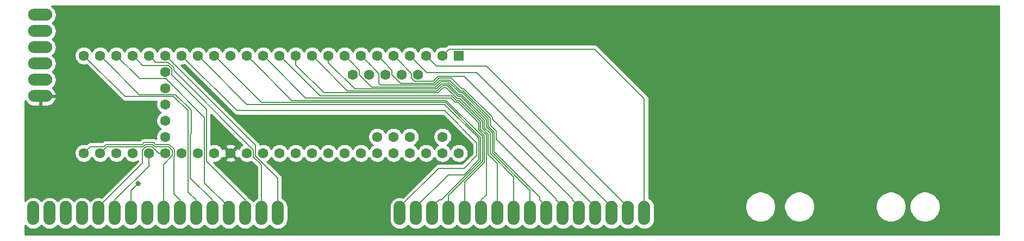
<source format=gbr>
G04 #@! TF.GenerationSoftware,KiCad,Pcbnew,(5.1.2)-2*
G04 #@! TF.CreationDate,2019-12-19T20:01:48-08:00*
G04 #@! TF.ProjectId,motherboard,6d6f7468-6572-4626-9f61-72642e6b6963,rev?*
G04 #@! TF.SameCoordinates,Original*
G04 #@! TF.FileFunction,Copper,L1,Top*
G04 #@! TF.FilePolarity,Positive*
%FSLAX46Y46*%
G04 Gerber Fmt 4.6, Leading zero omitted, Abs format (unit mm)*
G04 Created by KiCad (PCBNEW (5.1.2)-2) date 2019-12-19 20:01:48*
%MOMM*%
%LPD*%
G04 APERTURE LIST*
%ADD10O,1.879600X3.759200*%
%ADD11O,3.759200X1.879600*%
%ADD12C,1.600000*%
%ADD13R,1.600000X1.600000*%
%ADD14C,0.800000*%
%ADD15C,0.150000*%
%ADD16C,0.254000*%
G04 APERTURE END LIST*
D10*
X181100000Y-128000000D03*
X178560000Y-128000000D03*
X176020000Y-128000000D03*
X173480000Y-128000000D03*
X170940000Y-128000000D03*
X168400000Y-128000000D03*
X165860000Y-128000000D03*
X163320000Y-128000000D03*
X160780000Y-128000000D03*
X158240000Y-128000000D03*
X155700000Y-128000000D03*
X153160000Y-128000000D03*
X150620000Y-128000000D03*
X148080000Y-128000000D03*
X145540000Y-128000000D03*
X143000000Y-128000000D03*
X85900000Y-128000000D03*
X88440000Y-128000000D03*
X90980000Y-128000000D03*
X93520000Y-128000000D03*
X96060000Y-128000000D03*
X98600000Y-128000000D03*
X101140000Y-128000000D03*
X103680000Y-128000000D03*
X106220000Y-128000000D03*
X108760000Y-128000000D03*
X111300000Y-128000000D03*
X113840000Y-128000000D03*
X116380000Y-128000000D03*
X118920000Y-128000000D03*
X121460000Y-128000000D03*
X124000000Y-128000000D03*
D11*
X87000000Y-97000000D03*
X87000000Y-99540000D03*
X87000000Y-102080000D03*
X87000000Y-104620000D03*
X87000000Y-107160000D03*
X87000000Y-109700000D03*
D12*
X111570000Y-103380000D03*
X109030000Y-103380000D03*
X106490000Y-103380000D03*
X103950000Y-103380000D03*
X114110000Y-103380000D03*
X116650000Y-103380000D03*
X119190000Y-103380000D03*
X101410000Y-103380000D03*
X98870000Y-103380000D03*
X96330000Y-103380000D03*
X93790000Y-103380000D03*
X106490000Y-105920000D03*
X106490000Y-108460000D03*
X106490000Y-111000000D03*
X106490000Y-113540000D03*
X106490000Y-116080000D03*
X93790000Y-118620000D03*
X96330000Y-118620000D03*
X98870000Y-118620000D03*
X101410000Y-118620000D03*
X103950000Y-118620000D03*
X106490000Y-118620000D03*
X109030000Y-118620000D03*
X111570000Y-118620000D03*
X121730000Y-103380000D03*
X124270000Y-103380000D03*
X126810000Y-103380000D03*
X129350000Y-103380000D03*
X131890000Y-103380000D03*
X134430000Y-103380000D03*
X136970000Y-103380000D03*
X139510000Y-103380000D03*
X142050000Y-103380000D03*
X144590000Y-103380000D03*
X147130000Y-103380000D03*
X149670000Y-103380000D03*
D13*
X152210000Y-103380000D03*
D12*
X114110000Y-118620000D03*
X116650000Y-118620000D03*
X119190000Y-118620000D03*
X121730000Y-118620000D03*
X124270000Y-118620000D03*
X126810000Y-118620000D03*
X129350000Y-118620000D03*
X131890000Y-118620000D03*
X134430000Y-118620000D03*
X136970000Y-118620000D03*
X139510000Y-118620000D03*
X142050000Y-118620000D03*
X144590000Y-118620000D03*
X147130000Y-118620000D03*
X149670000Y-118620000D03*
X152210000Y-118620000D03*
X149670000Y-116080000D03*
X144590000Y-116080000D03*
X142050000Y-116080000D03*
X139510000Y-116080000D03*
X145860000Y-106380000D03*
X143320000Y-106380000D03*
X140780000Y-106380000D03*
X138240000Y-106380000D03*
X135700000Y-106380000D03*
D14*
X102200000Y-123400000D03*
D15*
X181100000Y-128000000D02*
X181100000Y-110100000D01*
X150469999Y-102580001D02*
X149670000Y-103380000D01*
X150695001Y-102354999D02*
X150469999Y-102580001D01*
X173354999Y-102354999D02*
X150695001Y-102354999D01*
X181100000Y-110100000D02*
X173354999Y-102354999D01*
X178560000Y-127060200D02*
X156499800Y-105000000D01*
X178560000Y-128000000D02*
X178560000Y-127060200D01*
X148750000Y-105000000D02*
X156499800Y-105000000D01*
X147130000Y-103380000D02*
X148750000Y-105000000D01*
X147210000Y-106000000D02*
X144590000Y-103380000D01*
X154959800Y-106000000D02*
X147210000Y-106000000D01*
X176020000Y-128000000D02*
X176020000Y-127060200D01*
X176020000Y-127060200D02*
X154959800Y-106000000D01*
X148200769Y-107405001D02*
X145367999Y-107405001D01*
X145367999Y-107405001D02*
X144834999Y-106872001D01*
X142849999Y-104179999D02*
X142050000Y-103380000D01*
X144834999Y-106164999D02*
X142849999Y-104179999D01*
X153019714Y-106599914D02*
X149005855Y-106599914D01*
X149005855Y-106599914D02*
X148200769Y-107405001D01*
X173480000Y-127060200D02*
X153019714Y-106599914D01*
X144834999Y-106872001D02*
X144834999Y-106164999D01*
X173480000Y-128000000D02*
X173480000Y-127060200D01*
X149130123Y-106899925D02*
X148325037Y-107705012D01*
X148325037Y-107705012D02*
X143128010Y-107705012D01*
X143128010Y-107705012D02*
X141805001Y-106382003D01*
X141805001Y-106382003D02*
X141805001Y-105675001D01*
X140309999Y-104179999D02*
X139510000Y-103380000D01*
X170940000Y-128000000D02*
X170940000Y-127060200D01*
X151021320Y-106899925D02*
X149130123Y-106899925D01*
X141805001Y-105675001D02*
X140309999Y-104179999D01*
X152994144Y-108599912D02*
X152721305Y-108599912D01*
X152721305Y-108599912D02*
X151021320Y-106899925D01*
X157400088Y-113005856D02*
X152994144Y-108599912D01*
X157400088Y-113278693D02*
X157400088Y-113005856D01*
X169850200Y-125728805D02*
X157400088Y-113278693D01*
X169850200Y-125970400D02*
X169850200Y-125728805D01*
X170940000Y-127060200D02*
X169850200Y-125970400D01*
X140005023Y-108005023D02*
X139754999Y-107754999D01*
X139754999Y-106164999D02*
X137769999Y-104179999D01*
X148449304Y-108005023D02*
X140005023Y-108005023D01*
X158000110Y-115181600D02*
X157100077Y-114281567D01*
X167310200Y-125764527D02*
X158000110Y-116454437D01*
X150745609Y-107199936D02*
X149254391Y-107199936D01*
X158000110Y-116454437D02*
X158000110Y-115181600D01*
X137769999Y-104179999D02*
X136970000Y-103380000D01*
X157100077Y-113130124D02*
X152869876Y-108899923D01*
X152869876Y-108899923D02*
X152445595Y-108899923D01*
X152445595Y-108899923D02*
X150745609Y-107199936D01*
X139754999Y-107754999D02*
X139754999Y-106164999D01*
X149254391Y-107199936D02*
X148449304Y-108005023D01*
X168400000Y-127060200D02*
X167310200Y-125970400D01*
X167310200Y-125970400D02*
X167310200Y-125764527D01*
X168400000Y-128000000D02*
X168400000Y-127060200D01*
X157100077Y-114281567D02*
X157100077Y-113130124D01*
X138648032Y-108305034D02*
X136725001Y-106382003D01*
X157700099Y-118427262D02*
X157700099Y-115305868D01*
X165860000Y-128000000D02*
X165860000Y-127060200D01*
X165860000Y-127060200D02*
X164770200Y-125970400D01*
X164770200Y-125497363D02*
X157700099Y-118427262D01*
X157700099Y-115305868D02*
X156800066Y-114405835D01*
X156800066Y-114405835D02*
X156800066Y-113254392D01*
X156800066Y-113254392D02*
X152745608Y-109199934D01*
X136725001Y-106382003D02*
X136725001Y-105675001D01*
X152745608Y-109199934D02*
X152321327Y-109199934D01*
X164770200Y-125970400D02*
X164770200Y-125497363D01*
X149378659Y-107499947D02*
X148573572Y-108305034D01*
X136725001Y-105675001D02*
X135229999Y-104179999D01*
X152321327Y-109199934D02*
X150621341Y-107499947D01*
X135229999Y-104179999D02*
X134430000Y-103380000D01*
X148573572Y-108305034D02*
X138648032Y-108305034D01*
X150621341Y-107499947D02*
X149378659Y-107499947D01*
X152621340Y-109499945D02*
X152197059Y-109499945D01*
X152197059Y-109499945D02*
X150497073Y-107799958D01*
X157400088Y-118551530D02*
X157400088Y-115430136D01*
X156500055Y-114530103D02*
X156500055Y-113378660D01*
X150497073Y-107799958D02*
X149502927Y-107799958D01*
X149502927Y-107799958D02*
X148697840Y-108605045D01*
X148697840Y-108605045D02*
X135983675Y-108605045D01*
X163320000Y-124471442D02*
X157400088Y-118551530D01*
X163320000Y-128000000D02*
X163320000Y-124471442D01*
X135983675Y-108605045D02*
X131890000Y-104511370D01*
X156500055Y-113378660D02*
X152621340Y-109499945D01*
X131890000Y-104511370D02*
X131890000Y-103380000D01*
X157400088Y-115430136D02*
X156500055Y-114530103D01*
X160780000Y-128000000D02*
X160780000Y-122355721D01*
X130149999Y-104179999D02*
X129350000Y-103380000D01*
X156200044Y-113502928D02*
X152497072Y-109799956D01*
X156200044Y-114654371D02*
X156200044Y-113502928D01*
X152072791Y-109799956D02*
X150372805Y-108099969D01*
X148822108Y-108905056D02*
X134875056Y-108905056D01*
X134875056Y-108905056D02*
X130149999Y-104179999D01*
X149627195Y-108099969D02*
X148822108Y-108905056D01*
X150372805Y-108099969D02*
X149627195Y-108099969D01*
X157100077Y-115554404D02*
X156200044Y-114654371D01*
X157100077Y-118675798D02*
X157100077Y-115554404D01*
X160780000Y-122355721D02*
X157100077Y-118675798D01*
X152497072Y-109799956D02*
X152072791Y-109799956D01*
X149751463Y-108399980D02*
X148946376Y-109205067D01*
X152372804Y-110099967D02*
X151948523Y-110099967D01*
X126810000Y-104511370D02*
X126810000Y-103380000D01*
X156800066Y-115678672D02*
X155900033Y-114778639D01*
X148946376Y-109205067D02*
X131205067Y-109205067D01*
X158240000Y-128000000D02*
X158240000Y-120240000D01*
X156800066Y-118800066D02*
X156800066Y-115678672D01*
X126810000Y-104810000D02*
X126810000Y-104511370D01*
X131205067Y-109205067D02*
X126810000Y-104810000D01*
X155900033Y-114778639D02*
X155900033Y-113627196D01*
X150248537Y-108399980D02*
X149751463Y-108399980D01*
X151948523Y-110099967D02*
X150248537Y-108399980D01*
X158240000Y-120240000D02*
X156800066Y-118800066D01*
X155900033Y-113627196D02*
X152372804Y-110099967D01*
X151824256Y-110399978D02*
X151124268Y-109699989D01*
X155700000Y-125970400D02*
X156500053Y-125170347D01*
X155700000Y-128000000D02*
X155700000Y-125970400D01*
X130589989Y-109699989D02*
X125069999Y-104179999D01*
X152248536Y-110399978D02*
X151824256Y-110399978D01*
X151124268Y-109699989D02*
X130589989Y-109699989D01*
X125069999Y-104179999D02*
X124270000Y-103380000D01*
X156500053Y-125170347D02*
X156500053Y-115802938D01*
X155600022Y-114902907D02*
X155600022Y-113751464D01*
X156500053Y-115802938D02*
X155600022Y-114902907D01*
X155600022Y-113751464D02*
X152248536Y-110399978D01*
X122529999Y-104179999D02*
X121730000Y-103380000D01*
X128350000Y-110000000D02*
X122529999Y-104179999D01*
X153160000Y-128000000D02*
X153160000Y-123112837D01*
X151699989Y-110699989D02*
X151000000Y-110000000D01*
X155300011Y-115027175D02*
X155300011Y-113875732D01*
X153160000Y-123112837D02*
X156200042Y-120072795D01*
X156200042Y-120072795D02*
X156200042Y-115927206D01*
X151000000Y-110000000D02*
X128350000Y-110000000D01*
X152124268Y-110699989D02*
X151699989Y-110699989D01*
X155300011Y-113875732D02*
X152124268Y-110699989D01*
X156200042Y-115927206D02*
X155300011Y-115027175D01*
X150620000Y-128000000D02*
X150620000Y-125228557D01*
X155900031Y-116051473D02*
X150248536Y-110399978D01*
X155900031Y-119948527D02*
X155900031Y-116051473D01*
X119989999Y-104179999D02*
X119190000Y-103380000D01*
X126209978Y-110399978D02*
X119989999Y-104179999D01*
X150620000Y-125228557D02*
X155900031Y-119948527D01*
X150248536Y-110399978D02*
X126209978Y-110399978D01*
X121429989Y-110699989D02*
X114909999Y-104179999D01*
X149169800Y-125970400D02*
X149453879Y-125970400D01*
X114909999Y-104179999D02*
X114110000Y-103380000D01*
X155600020Y-116175741D02*
X150124268Y-110699989D01*
X148080000Y-127060200D02*
X149169800Y-125970400D01*
X149453879Y-125970400D02*
X155600020Y-119824259D01*
X150124268Y-110699989D02*
X121429989Y-110699989D01*
X155600020Y-119824259D02*
X155600020Y-116175741D01*
X148080000Y-128000000D02*
X148080000Y-127060200D01*
X155300009Y-119699991D02*
X155300009Y-116300009D01*
X145540000Y-127060200D02*
X150600200Y-122000000D01*
X155300009Y-116300009D02*
X150000000Y-111000000D01*
X150000000Y-111000000D02*
X119190000Y-111000000D01*
X153000000Y-122000000D02*
X155300009Y-119699991D01*
X145540000Y-128000000D02*
X145540000Y-127060200D01*
X112369999Y-104179999D02*
X111570000Y-103380000D01*
X119190000Y-111000000D02*
X112369999Y-104179999D01*
X150600200Y-122000000D02*
X153000000Y-122000000D01*
X117650000Y-112000000D02*
X109030000Y-103380000D01*
X150000000Y-112000000D02*
X117650000Y-112000000D01*
X143000000Y-127060200D02*
X149060200Y-121000000D01*
X143000000Y-128000000D02*
X143000000Y-127060200D01*
X149060200Y-121000000D02*
X153000000Y-121000000D01*
X153000000Y-121000000D02*
X155000000Y-119000000D01*
X155000000Y-119000000D02*
X155000000Y-117000000D01*
X155000000Y-117000000D02*
X150000000Y-112000000D01*
X104442001Y-117594999D02*
X105467002Y-118620000D01*
X96060000Y-128000000D02*
X96060000Y-127060200D01*
X96060000Y-127060200D02*
X102924999Y-120195201D01*
X102924999Y-120195201D02*
X102924999Y-118127999D01*
X103457999Y-117594999D02*
X104442001Y-117594999D01*
X105467002Y-118620000D02*
X106490000Y-118620000D01*
X102924999Y-118127999D02*
X103457999Y-117594999D01*
X98600000Y-125970400D02*
X104000000Y-120570400D01*
X98600000Y-128000000D02*
X98600000Y-125970400D01*
X103950000Y-120520400D02*
X103950000Y-118620000D01*
X104000000Y-120570400D02*
X103950000Y-120520400D01*
X101140000Y-128000000D02*
X101140000Y-124460000D01*
X101140000Y-124460000D02*
X102200000Y-123400000D01*
X97129999Y-117820001D02*
X96330000Y-118620000D01*
X103333731Y-117294988D02*
X103033721Y-117594999D01*
X106220000Y-128000000D02*
X106220000Y-120407002D01*
X106220000Y-120407002D02*
X107600000Y-119027002D01*
X107600000Y-119027002D02*
X107600000Y-118212998D01*
X107600000Y-118212998D02*
X106982001Y-117594999D01*
X104866279Y-117594999D02*
X104566269Y-117294988D01*
X104566269Y-117294988D02*
X103333731Y-117294988D01*
X97355001Y-117594999D02*
X97129999Y-117820001D01*
X106982001Y-117594999D02*
X104866279Y-117594999D01*
X103033721Y-117594999D02*
X97355001Y-117594999D01*
X107800000Y-125010400D02*
X107800000Y-119251281D01*
X103209463Y-116994977D02*
X102909452Y-117294988D01*
X107106269Y-117294988D02*
X104990547Y-117294988D01*
X96930723Y-117594999D02*
X94815001Y-117594999D01*
X94589999Y-117820001D02*
X93790000Y-118620000D01*
X97230733Y-117294988D02*
X96930723Y-117594999D01*
X94815001Y-117594999D02*
X94589999Y-117820001D01*
X104690537Y-116994977D02*
X103209463Y-116994977D01*
X108760000Y-125970400D02*
X107800000Y-125010400D01*
X104990547Y-117294988D02*
X104690537Y-116994977D01*
X107900011Y-118088730D02*
X107106269Y-117294988D01*
X107900011Y-119151270D02*
X107900011Y-118088730D01*
X107800000Y-119251281D02*
X107900011Y-119151270D01*
X102909452Y-117294988D02*
X97230733Y-117294988D01*
X108760000Y-128000000D02*
X108760000Y-125970400D01*
X100195012Y-109785012D02*
X93790000Y-103380000D01*
X107785012Y-109785012D02*
X100195012Y-109785012D01*
X111300000Y-125970400D02*
X110055001Y-124725401D01*
X111300000Y-128000000D02*
X111300000Y-125970400D01*
X110055001Y-124725401D02*
X110055001Y-113744999D01*
X110055001Y-113744999D02*
X110000000Y-113689998D01*
X110000000Y-113689998D02*
X110000000Y-112000000D01*
X110000000Y-112000000D02*
X107785012Y-109785012D01*
X102435001Y-109485001D02*
X97129999Y-104179999D01*
X113840000Y-128000000D02*
X113840000Y-125970400D01*
X113840000Y-125970400D02*
X110400000Y-122530400D01*
X108085001Y-109485001D02*
X102435001Y-109485001D01*
X97129999Y-104179999D02*
X96330000Y-103380000D01*
X110500009Y-111900009D02*
X108085001Y-109485001D01*
X110500009Y-115524269D02*
X110500009Y-111900009D01*
X110400000Y-115624278D02*
X110500009Y-115524269D01*
X110400000Y-122530400D02*
X110400000Y-115624278D01*
X112595001Y-113047999D02*
X106547002Y-107000000D01*
X112595001Y-123275201D02*
X112595001Y-113047999D01*
X116380000Y-127060200D02*
X112595001Y-123275201D01*
X116380000Y-128000000D02*
X116380000Y-127060200D01*
X102490000Y-107000000D02*
X98870000Y-103380000D01*
X106547002Y-107000000D02*
X102490000Y-107000000D01*
X112895012Y-119945412D02*
X112895012Y-111792012D01*
X102924999Y-104894999D02*
X102209999Y-104179999D01*
X107515001Y-105427999D02*
X106982001Y-104894999D01*
X102209999Y-104179999D02*
X101410000Y-103380000D01*
X107515001Y-106412001D02*
X107515001Y-105427999D01*
X112895012Y-111792012D02*
X107515001Y-106412001D01*
X118920000Y-125970400D02*
X112895012Y-119945412D01*
X118920000Y-128000000D02*
X118920000Y-125970400D01*
X106982001Y-104894999D02*
X102924999Y-104894999D01*
X120215001Y-118127999D02*
X107815012Y-105728010D01*
X107815012Y-105303731D02*
X106916282Y-104405001D01*
X107815012Y-105728010D02*
X107815012Y-105303731D01*
X104975001Y-104405001D02*
X104749999Y-104179999D01*
X106916282Y-104405001D02*
X104975001Y-104405001D01*
X121460000Y-120460000D02*
X120215001Y-119215001D01*
X104749999Y-104179999D02*
X103950000Y-103380000D01*
X120215001Y-119215001D02*
X120215001Y-118127999D01*
X121460000Y-128000000D02*
X121460000Y-120460000D01*
X120515012Y-117405012D02*
X107289999Y-104179999D01*
X107289999Y-104179999D02*
X106490000Y-103380000D01*
X124000000Y-128000000D02*
X124000000Y-122575721D01*
X124000000Y-122575721D02*
X120515012Y-119090733D01*
X120515012Y-119090733D02*
X120515012Y-117405012D01*
D16*
G36*
X236340000Y-131340000D02*
G01*
X84660000Y-131340000D01*
X84660000Y-129911225D01*
X84781062Y-130058739D01*
X85020856Y-130255533D01*
X85294435Y-130401765D01*
X85591286Y-130491813D01*
X85900000Y-130522219D01*
X86208715Y-130491813D01*
X86505566Y-130401765D01*
X86779145Y-130255533D01*
X87018939Y-130058739D01*
X87170001Y-129874670D01*
X87321062Y-130058739D01*
X87560856Y-130255533D01*
X87834435Y-130401765D01*
X88131286Y-130491813D01*
X88440000Y-130522219D01*
X88748715Y-130491813D01*
X89045566Y-130401765D01*
X89319145Y-130255533D01*
X89558939Y-130058739D01*
X89710001Y-129874670D01*
X89861062Y-130058739D01*
X90100856Y-130255533D01*
X90374435Y-130401765D01*
X90671286Y-130491813D01*
X90980000Y-130522219D01*
X91288715Y-130491813D01*
X91585566Y-130401765D01*
X91859145Y-130255533D01*
X92098939Y-130058739D01*
X92250001Y-129874670D01*
X92401062Y-130058739D01*
X92640856Y-130255533D01*
X92914435Y-130401765D01*
X93211286Y-130491813D01*
X93520000Y-130522219D01*
X93828715Y-130491813D01*
X94125566Y-130401765D01*
X94399145Y-130255533D01*
X94638939Y-130058739D01*
X94790001Y-129874670D01*
X94941062Y-130058739D01*
X95180856Y-130255533D01*
X95454435Y-130401765D01*
X95751286Y-130491813D01*
X96060000Y-130522219D01*
X96368715Y-130491813D01*
X96665566Y-130401765D01*
X96939145Y-130255533D01*
X97178939Y-130058739D01*
X97330001Y-129874670D01*
X97481062Y-130058739D01*
X97720856Y-130255533D01*
X97994435Y-130401765D01*
X98291286Y-130491813D01*
X98600000Y-130522219D01*
X98908715Y-130491813D01*
X99205566Y-130401765D01*
X99479145Y-130255533D01*
X99718939Y-130058739D01*
X99870001Y-129874670D01*
X100021062Y-130058739D01*
X100260856Y-130255533D01*
X100534435Y-130401765D01*
X100831286Y-130491813D01*
X101140000Y-130522219D01*
X101448715Y-130491813D01*
X101745566Y-130401765D01*
X102019145Y-130255533D01*
X102258939Y-130058739D01*
X102410001Y-129874670D01*
X102561062Y-130058739D01*
X102800856Y-130255533D01*
X103074435Y-130401765D01*
X103371286Y-130491813D01*
X103680000Y-130522219D01*
X103988715Y-130491813D01*
X104285566Y-130401765D01*
X104559145Y-130255533D01*
X104798939Y-130058739D01*
X104950001Y-129874670D01*
X105101062Y-130058739D01*
X105340856Y-130255533D01*
X105614435Y-130401765D01*
X105911286Y-130491813D01*
X106220000Y-130522219D01*
X106528715Y-130491813D01*
X106825566Y-130401765D01*
X107099145Y-130255533D01*
X107338939Y-130058739D01*
X107490001Y-129874670D01*
X107641062Y-130058739D01*
X107880856Y-130255533D01*
X108154435Y-130401765D01*
X108451286Y-130491813D01*
X108760000Y-130522219D01*
X109068715Y-130491813D01*
X109365566Y-130401765D01*
X109639145Y-130255533D01*
X109878939Y-130058739D01*
X110030001Y-129874670D01*
X110181062Y-130058739D01*
X110420856Y-130255533D01*
X110694435Y-130401765D01*
X110991286Y-130491813D01*
X111300000Y-130522219D01*
X111608715Y-130491813D01*
X111905566Y-130401765D01*
X112179145Y-130255533D01*
X112418939Y-130058739D01*
X112570001Y-129874670D01*
X112721062Y-130058739D01*
X112960856Y-130255533D01*
X113234435Y-130401765D01*
X113531286Y-130491813D01*
X113840000Y-130522219D01*
X114148715Y-130491813D01*
X114445566Y-130401765D01*
X114719145Y-130255533D01*
X114958939Y-130058739D01*
X115110001Y-129874670D01*
X115261062Y-130058739D01*
X115500856Y-130255533D01*
X115774435Y-130401765D01*
X116071286Y-130491813D01*
X116380000Y-130522219D01*
X116688715Y-130491813D01*
X116985566Y-130401765D01*
X117259145Y-130255533D01*
X117498939Y-130058739D01*
X117650001Y-129874670D01*
X117801062Y-130058739D01*
X118040856Y-130255533D01*
X118314435Y-130401765D01*
X118611286Y-130491813D01*
X118920000Y-130522219D01*
X119228715Y-130491813D01*
X119525566Y-130401765D01*
X119799145Y-130255533D01*
X120038939Y-130058739D01*
X120190001Y-129874670D01*
X120341062Y-130058739D01*
X120580856Y-130255533D01*
X120854435Y-130401765D01*
X121151286Y-130491813D01*
X121460000Y-130522219D01*
X121768715Y-130491813D01*
X122065566Y-130401765D01*
X122339145Y-130255533D01*
X122578939Y-130058739D01*
X122730001Y-129874670D01*
X122881062Y-130058739D01*
X123120856Y-130255533D01*
X123394435Y-130401765D01*
X123691286Y-130491813D01*
X124000000Y-130522219D01*
X124308715Y-130491813D01*
X124605566Y-130401765D01*
X124879145Y-130255533D01*
X125118939Y-130058739D01*
X125315733Y-129818945D01*
X125461965Y-129545366D01*
X125552013Y-129248515D01*
X125574800Y-129017156D01*
X125574800Y-126982844D01*
X125552013Y-126751485D01*
X125461965Y-126454634D01*
X125315733Y-126181055D01*
X125118939Y-125941261D01*
X124879144Y-125744467D01*
X124710000Y-125654057D01*
X124710000Y-122610595D01*
X124713435Y-122575720D01*
X124708971Y-122530400D01*
X124699727Y-122436537D01*
X124659128Y-122302701D01*
X124593200Y-122179358D01*
X124504475Y-122071246D01*
X124477384Y-122049013D01*
X122346316Y-119917946D01*
X122409727Y-119891680D01*
X122644759Y-119734637D01*
X122844637Y-119534759D01*
X123000000Y-119302241D01*
X123155363Y-119534759D01*
X123355241Y-119734637D01*
X123590273Y-119891680D01*
X123851426Y-119999853D01*
X124128665Y-120055000D01*
X124411335Y-120055000D01*
X124688574Y-119999853D01*
X124949727Y-119891680D01*
X125184759Y-119734637D01*
X125384637Y-119534759D01*
X125540000Y-119302241D01*
X125695363Y-119534759D01*
X125895241Y-119734637D01*
X126130273Y-119891680D01*
X126391426Y-119999853D01*
X126668665Y-120055000D01*
X126951335Y-120055000D01*
X127228574Y-119999853D01*
X127489727Y-119891680D01*
X127724759Y-119734637D01*
X127924637Y-119534759D01*
X128080000Y-119302241D01*
X128235363Y-119534759D01*
X128435241Y-119734637D01*
X128670273Y-119891680D01*
X128931426Y-119999853D01*
X129208665Y-120055000D01*
X129491335Y-120055000D01*
X129768574Y-119999853D01*
X130029727Y-119891680D01*
X130264759Y-119734637D01*
X130464637Y-119534759D01*
X130620000Y-119302241D01*
X130775363Y-119534759D01*
X130975241Y-119734637D01*
X131210273Y-119891680D01*
X131471426Y-119999853D01*
X131748665Y-120055000D01*
X132031335Y-120055000D01*
X132308574Y-119999853D01*
X132569727Y-119891680D01*
X132804759Y-119734637D01*
X133004637Y-119534759D01*
X133160000Y-119302241D01*
X133315363Y-119534759D01*
X133515241Y-119734637D01*
X133750273Y-119891680D01*
X134011426Y-119999853D01*
X134288665Y-120055000D01*
X134571335Y-120055000D01*
X134848574Y-119999853D01*
X135109727Y-119891680D01*
X135344759Y-119734637D01*
X135544637Y-119534759D01*
X135700000Y-119302241D01*
X135855363Y-119534759D01*
X136055241Y-119734637D01*
X136290273Y-119891680D01*
X136551426Y-119999853D01*
X136828665Y-120055000D01*
X137111335Y-120055000D01*
X137388574Y-119999853D01*
X137649727Y-119891680D01*
X137884759Y-119734637D01*
X138084637Y-119534759D01*
X138240000Y-119302241D01*
X138395363Y-119534759D01*
X138595241Y-119734637D01*
X138830273Y-119891680D01*
X139091426Y-119999853D01*
X139368665Y-120055000D01*
X139651335Y-120055000D01*
X139928574Y-119999853D01*
X140189727Y-119891680D01*
X140424759Y-119734637D01*
X140624637Y-119534759D01*
X140780000Y-119302241D01*
X140935363Y-119534759D01*
X141135241Y-119734637D01*
X141370273Y-119891680D01*
X141631426Y-119999853D01*
X141908665Y-120055000D01*
X142191335Y-120055000D01*
X142468574Y-119999853D01*
X142729727Y-119891680D01*
X142964759Y-119734637D01*
X143164637Y-119534759D01*
X143320000Y-119302241D01*
X143475363Y-119534759D01*
X143675241Y-119734637D01*
X143910273Y-119891680D01*
X144171426Y-119999853D01*
X144448665Y-120055000D01*
X144731335Y-120055000D01*
X145008574Y-119999853D01*
X145269727Y-119891680D01*
X145504759Y-119734637D01*
X145704637Y-119534759D01*
X145860000Y-119302241D01*
X146015363Y-119534759D01*
X146215241Y-119734637D01*
X146450273Y-119891680D01*
X146711426Y-119999853D01*
X146988665Y-120055000D01*
X147271335Y-120055000D01*
X147548574Y-119999853D01*
X147809727Y-119891680D01*
X148044759Y-119734637D01*
X148244637Y-119534759D01*
X148400000Y-119302241D01*
X148555363Y-119534759D01*
X148755241Y-119734637D01*
X148990273Y-119891680D01*
X149251426Y-119999853D01*
X149528665Y-120055000D01*
X149811335Y-120055000D01*
X150088574Y-119999853D01*
X150349727Y-119891680D01*
X150584759Y-119734637D01*
X150784637Y-119534759D01*
X150940000Y-119302241D01*
X151095363Y-119534759D01*
X151295241Y-119734637D01*
X151530273Y-119891680D01*
X151791426Y-119999853D01*
X152068665Y-120055000D01*
X152351335Y-120055000D01*
X152628574Y-119999853D01*
X152889727Y-119891680D01*
X153124759Y-119734637D01*
X153324637Y-119534759D01*
X153481680Y-119299727D01*
X153589853Y-119038574D01*
X153645000Y-118761335D01*
X153645000Y-118478665D01*
X153589853Y-118201426D01*
X153481680Y-117940273D01*
X153324637Y-117705241D01*
X153124759Y-117505363D01*
X152889727Y-117348320D01*
X152628574Y-117240147D01*
X152351335Y-117185000D01*
X152068665Y-117185000D01*
X151791426Y-117240147D01*
X151530273Y-117348320D01*
X151295241Y-117505363D01*
X151095363Y-117705241D01*
X150940000Y-117937759D01*
X150784637Y-117705241D01*
X150584759Y-117505363D01*
X150352241Y-117350000D01*
X150584759Y-117194637D01*
X150784637Y-116994759D01*
X150941680Y-116759727D01*
X151049853Y-116498574D01*
X151105000Y-116221335D01*
X151105000Y-115938665D01*
X151049853Y-115661426D01*
X150941680Y-115400273D01*
X150784637Y-115165241D01*
X150584759Y-114965363D01*
X150349727Y-114808320D01*
X150088574Y-114700147D01*
X149811335Y-114645000D01*
X149528665Y-114645000D01*
X149251426Y-114700147D01*
X148990273Y-114808320D01*
X148755241Y-114965363D01*
X148555363Y-115165241D01*
X148398320Y-115400273D01*
X148290147Y-115661426D01*
X148235000Y-115938665D01*
X148235000Y-116221335D01*
X148290147Y-116498574D01*
X148398320Y-116759727D01*
X148555363Y-116994759D01*
X148755241Y-117194637D01*
X148987759Y-117350000D01*
X148755241Y-117505363D01*
X148555363Y-117705241D01*
X148400000Y-117937759D01*
X148244637Y-117705241D01*
X148044759Y-117505363D01*
X147809727Y-117348320D01*
X147548574Y-117240147D01*
X147271335Y-117185000D01*
X146988665Y-117185000D01*
X146711426Y-117240147D01*
X146450273Y-117348320D01*
X146215241Y-117505363D01*
X146015363Y-117705241D01*
X145860000Y-117937759D01*
X145704637Y-117705241D01*
X145504759Y-117505363D01*
X145272241Y-117350000D01*
X145504759Y-117194637D01*
X145704637Y-116994759D01*
X145861680Y-116759727D01*
X145969853Y-116498574D01*
X146025000Y-116221335D01*
X146025000Y-115938665D01*
X145969853Y-115661426D01*
X145861680Y-115400273D01*
X145704637Y-115165241D01*
X145504759Y-114965363D01*
X145269727Y-114808320D01*
X145008574Y-114700147D01*
X144731335Y-114645000D01*
X144448665Y-114645000D01*
X144171426Y-114700147D01*
X143910273Y-114808320D01*
X143675241Y-114965363D01*
X143475363Y-115165241D01*
X143320000Y-115397759D01*
X143164637Y-115165241D01*
X142964759Y-114965363D01*
X142729727Y-114808320D01*
X142468574Y-114700147D01*
X142191335Y-114645000D01*
X141908665Y-114645000D01*
X141631426Y-114700147D01*
X141370273Y-114808320D01*
X141135241Y-114965363D01*
X140935363Y-115165241D01*
X140780000Y-115397759D01*
X140624637Y-115165241D01*
X140424759Y-114965363D01*
X140189727Y-114808320D01*
X139928574Y-114700147D01*
X139651335Y-114645000D01*
X139368665Y-114645000D01*
X139091426Y-114700147D01*
X138830273Y-114808320D01*
X138595241Y-114965363D01*
X138395363Y-115165241D01*
X138238320Y-115400273D01*
X138130147Y-115661426D01*
X138075000Y-115938665D01*
X138075000Y-116221335D01*
X138130147Y-116498574D01*
X138238320Y-116759727D01*
X138395363Y-116994759D01*
X138595241Y-117194637D01*
X138827759Y-117350000D01*
X138595241Y-117505363D01*
X138395363Y-117705241D01*
X138240000Y-117937759D01*
X138084637Y-117705241D01*
X137884759Y-117505363D01*
X137649727Y-117348320D01*
X137388574Y-117240147D01*
X137111335Y-117185000D01*
X136828665Y-117185000D01*
X136551426Y-117240147D01*
X136290273Y-117348320D01*
X136055241Y-117505363D01*
X135855363Y-117705241D01*
X135700000Y-117937759D01*
X135544637Y-117705241D01*
X135344759Y-117505363D01*
X135109727Y-117348320D01*
X134848574Y-117240147D01*
X134571335Y-117185000D01*
X134288665Y-117185000D01*
X134011426Y-117240147D01*
X133750273Y-117348320D01*
X133515241Y-117505363D01*
X133315363Y-117705241D01*
X133160000Y-117937759D01*
X133004637Y-117705241D01*
X132804759Y-117505363D01*
X132569727Y-117348320D01*
X132308574Y-117240147D01*
X132031335Y-117185000D01*
X131748665Y-117185000D01*
X131471426Y-117240147D01*
X131210273Y-117348320D01*
X130975241Y-117505363D01*
X130775363Y-117705241D01*
X130620000Y-117937759D01*
X130464637Y-117705241D01*
X130264759Y-117505363D01*
X130029727Y-117348320D01*
X129768574Y-117240147D01*
X129491335Y-117185000D01*
X129208665Y-117185000D01*
X128931426Y-117240147D01*
X128670273Y-117348320D01*
X128435241Y-117505363D01*
X128235363Y-117705241D01*
X128080000Y-117937759D01*
X127924637Y-117705241D01*
X127724759Y-117505363D01*
X127489727Y-117348320D01*
X127228574Y-117240147D01*
X126951335Y-117185000D01*
X126668665Y-117185000D01*
X126391426Y-117240147D01*
X126130273Y-117348320D01*
X125895241Y-117505363D01*
X125695363Y-117705241D01*
X125540000Y-117937759D01*
X125384637Y-117705241D01*
X125184759Y-117505363D01*
X124949727Y-117348320D01*
X124688574Y-117240147D01*
X124411335Y-117185000D01*
X124128665Y-117185000D01*
X123851426Y-117240147D01*
X123590273Y-117348320D01*
X123355241Y-117505363D01*
X123155363Y-117705241D01*
X123000000Y-117937759D01*
X122844637Y-117705241D01*
X122644759Y-117505363D01*
X122409727Y-117348320D01*
X122148574Y-117240147D01*
X121871335Y-117185000D01*
X121588665Y-117185000D01*
X121311426Y-117240147D01*
X121216099Y-117279633D01*
X121214739Y-117265828D01*
X121174140Y-117131992D01*
X121108212Y-117008649D01*
X121019487Y-116900537D01*
X120992391Y-116878300D01*
X108929091Y-104815000D01*
X109171335Y-104815000D01*
X109412865Y-104766956D01*
X117123288Y-112477379D01*
X117145525Y-112504475D01*
X117253637Y-112593200D01*
X117376980Y-112659128D01*
X117510816Y-112699727D01*
X117615123Y-112710000D01*
X117615125Y-112710000D01*
X117650000Y-112713435D01*
X117684875Y-112710000D01*
X149705909Y-112710000D01*
X154290001Y-117294092D01*
X154290000Y-118705908D01*
X152705909Y-120290000D01*
X149095074Y-120290000D01*
X149060199Y-120286565D01*
X149025324Y-120290000D01*
X149025323Y-120290000D01*
X148921016Y-120300273D01*
X148787180Y-120340872D01*
X148663837Y-120406800D01*
X148555725Y-120495525D01*
X148533492Y-120522616D01*
X143492248Y-125563861D01*
X143308714Y-125508187D01*
X143000000Y-125477781D01*
X142691285Y-125508187D01*
X142394434Y-125598235D01*
X142120855Y-125744467D01*
X141881061Y-125941261D01*
X141684267Y-126181056D01*
X141538035Y-126454635D01*
X141447987Y-126751486D01*
X141425200Y-126982845D01*
X141425201Y-129017156D01*
X141447988Y-129248515D01*
X141538036Y-129545366D01*
X141684268Y-129818945D01*
X141881062Y-130058739D01*
X142120856Y-130255533D01*
X142394435Y-130401765D01*
X142691286Y-130491813D01*
X143000000Y-130522219D01*
X143308715Y-130491813D01*
X143605566Y-130401765D01*
X143879145Y-130255533D01*
X144118939Y-130058739D01*
X144270001Y-129874670D01*
X144421062Y-130058739D01*
X144660856Y-130255533D01*
X144934435Y-130401765D01*
X145231286Y-130491813D01*
X145540000Y-130522219D01*
X145848715Y-130491813D01*
X146145566Y-130401765D01*
X146419145Y-130255533D01*
X146658939Y-130058739D01*
X146810001Y-129874670D01*
X146961062Y-130058739D01*
X147200856Y-130255533D01*
X147474435Y-130401765D01*
X147771286Y-130491813D01*
X148080000Y-130522219D01*
X148388715Y-130491813D01*
X148685566Y-130401765D01*
X148959145Y-130255533D01*
X149198939Y-130058739D01*
X149350001Y-129874670D01*
X149501062Y-130058739D01*
X149740856Y-130255533D01*
X150014435Y-130401765D01*
X150311286Y-130491813D01*
X150620000Y-130522219D01*
X150928715Y-130491813D01*
X151225566Y-130401765D01*
X151499145Y-130255533D01*
X151738939Y-130058739D01*
X151890001Y-129874670D01*
X152041062Y-130058739D01*
X152280856Y-130255533D01*
X152554435Y-130401765D01*
X152851286Y-130491813D01*
X153160000Y-130522219D01*
X153468715Y-130491813D01*
X153765566Y-130401765D01*
X154039145Y-130255533D01*
X154278939Y-130058739D01*
X154430001Y-129874670D01*
X154581062Y-130058739D01*
X154820856Y-130255533D01*
X155094435Y-130401765D01*
X155391286Y-130491813D01*
X155700000Y-130522219D01*
X156008715Y-130491813D01*
X156305566Y-130401765D01*
X156579145Y-130255533D01*
X156818939Y-130058739D01*
X156970001Y-129874670D01*
X157121062Y-130058739D01*
X157360856Y-130255533D01*
X157634435Y-130401765D01*
X157931286Y-130491813D01*
X158240000Y-130522219D01*
X158548715Y-130491813D01*
X158845566Y-130401765D01*
X159119145Y-130255533D01*
X159358939Y-130058739D01*
X159510001Y-129874670D01*
X159661062Y-130058739D01*
X159900856Y-130255533D01*
X160174435Y-130401765D01*
X160471286Y-130491813D01*
X160780000Y-130522219D01*
X161088715Y-130491813D01*
X161385566Y-130401765D01*
X161659145Y-130255533D01*
X161898939Y-130058739D01*
X162050001Y-129874670D01*
X162201062Y-130058739D01*
X162440856Y-130255533D01*
X162714435Y-130401765D01*
X163011286Y-130491813D01*
X163320000Y-130522219D01*
X163628715Y-130491813D01*
X163925566Y-130401765D01*
X164199145Y-130255533D01*
X164438939Y-130058739D01*
X164590001Y-129874670D01*
X164741062Y-130058739D01*
X164980856Y-130255533D01*
X165254435Y-130401765D01*
X165551286Y-130491813D01*
X165860000Y-130522219D01*
X166168715Y-130491813D01*
X166465566Y-130401765D01*
X166739145Y-130255533D01*
X166978939Y-130058739D01*
X167130001Y-129874670D01*
X167281062Y-130058739D01*
X167520856Y-130255533D01*
X167794435Y-130401765D01*
X168091286Y-130491813D01*
X168400000Y-130522219D01*
X168708715Y-130491813D01*
X169005566Y-130401765D01*
X169279145Y-130255533D01*
X169518939Y-130058739D01*
X169670001Y-129874670D01*
X169821062Y-130058739D01*
X170060856Y-130255533D01*
X170334435Y-130401765D01*
X170631286Y-130491813D01*
X170940000Y-130522219D01*
X171248715Y-130491813D01*
X171545566Y-130401765D01*
X171819145Y-130255533D01*
X172058939Y-130058739D01*
X172210001Y-129874670D01*
X172361062Y-130058739D01*
X172600856Y-130255533D01*
X172874435Y-130401765D01*
X173171286Y-130491813D01*
X173480000Y-130522219D01*
X173788715Y-130491813D01*
X174085566Y-130401765D01*
X174359145Y-130255533D01*
X174598939Y-130058739D01*
X174750001Y-129874670D01*
X174901062Y-130058739D01*
X175140856Y-130255533D01*
X175414435Y-130401765D01*
X175711286Y-130491813D01*
X176020000Y-130522219D01*
X176328715Y-130491813D01*
X176625566Y-130401765D01*
X176899145Y-130255533D01*
X177138939Y-130058739D01*
X177290001Y-129874670D01*
X177441062Y-130058739D01*
X177680856Y-130255533D01*
X177954435Y-130401765D01*
X178251286Y-130491813D01*
X178560000Y-130522219D01*
X178868715Y-130491813D01*
X179165566Y-130401765D01*
X179439145Y-130255533D01*
X179678939Y-130058739D01*
X179830001Y-129874670D01*
X179981062Y-130058739D01*
X180220856Y-130255533D01*
X180494435Y-130401765D01*
X180791286Y-130491813D01*
X181100000Y-130522219D01*
X181408715Y-130491813D01*
X181705566Y-130401765D01*
X181979145Y-130255533D01*
X182218939Y-130058739D01*
X182415733Y-129818945D01*
X182561965Y-129545366D01*
X182652013Y-129248515D01*
X182674800Y-129017156D01*
X182674800Y-126982844D01*
X182653354Y-126765098D01*
X196815000Y-126765098D01*
X196815000Y-127234902D01*
X196906654Y-127695679D01*
X197086440Y-128129721D01*
X197347450Y-128520349D01*
X197679651Y-128852550D01*
X198070279Y-129113560D01*
X198504321Y-129293346D01*
X198965098Y-129385000D01*
X199434902Y-129385000D01*
X199895679Y-129293346D01*
X200329721Y-129113560D01*
X200720349Y-128852550D01*
X201052550Y-128520349D01*
X201313560Y-128129721D01*
X201493346Y-127695679D01*
X201585000Y-127234902D01*
X201585000Y-126765098D01*
X202865000Y-126765098D01*
X202865000Y-127234902D01*
X202956654Y-127695679D01*
X203136440Y-128129721D01*
X203397450Y-128520349D01*
X203729651Y-128852550D01*
X204120279Y-129113560D01*
X204554321Y-129293346D01*
X205015098Y-129385000D01*
X205484902Y-129385000D01*
X205945679Y-129293346D01*
X206379721Y-129113560D01*
X206770349Y-128852550D01*
X207102550Y-128520349D01*
X207363560Y-128129721D01*
X207543346Y-127695679D01*
X207635000Y-127234902D01*
X207635000Y-126765098D01*
X217115000Y-126765098D01*
X217115000Y-127234902D01*
X217206654Y-127695679D01*
X217386440Y-128129721D01*
X217647450Y-128520349D01*
X217979651Y-128852550D01*
X218370279Y-129113560D01*
X218804321Y-129293346D01*
X219265098Y-129385000D01*
X219734902Y-129385000D01*
X220195679Y-129293346D01*
X220629721Y-129113560D01*
X221020349Y-128852550D01*
X221352550Y-128520349D01*
X221613560Y-128129721D01*
X221793346Y-127695679D01*
X221885000Y-127234902D01*
X221885000Y-126765098D01*
X222415000Y-126765098D01*
X222415000Y-127234902D01*
X222506654Y-127695679D01*
X222686440Y-128129721D01*
X222947450Y-128520349D01*
X223279651Y-128852550D01*
X223670279Y-129113560D01*
X224104321Y-129293346D01*
X224565098Y-129385000D01*
X225034902Y-129385000D01*
X225495679Y-129293346D01*
X225929721Y-129113560D01*
X226320349Y-128852550D01*
X226652550Y-128520349D01*
X226913560Y-128129721D01*
X227093346Y-127695679D01*
X227185000Y-127234902D01*
X227185000Y-126765098D01*
X227093346Y-126304321D01*
X226913560Y-125870279D01*
X226652550Y-125479651D01*
X226320349Y-125147450D01*
X225929721Y-124886440D01*
X225495679Y-124706654D01*
X225034902Y-124615000D01*
X224565098Y-124615000D01*
X224104321Y-124706654D01*
X223670279Y-124886440D01*
X223279651Y-125147450D01*
X222947450Y-125479651D01*
X222686440Y-125870279D01*
X222506654Y-126304321D01*
X222415000Y-126765098D01*
X221885000Y-126765098D01*
X221793346Y-126304321D01*
X221613560Y-125870279D01*
X221352550Y-125479651D01*
X221020349Y-125147450D01*
X220629721Y-124886440D01*
X220195679Y-124706654D01*
X219734902Y-124615000D01*
X219265098Y-124615000D01*
X218804321Y-124706654D01*
X218370279Y-124886440D01*
X217979651Y-125147450D01*
X217647450Y-125479651D01*
X217386440Y-125870279D01*
X217206654Y-126304321D01*
X217115000Y-126765098D01*
X207635000Y-126765098D01*
X207543346Y-126304321D01*
X207363560Y-125870279D01*
X207102550Y-125479651D01*
X206770349Y-125147450D01*
X206379721Y-124886440D01*
X205945679Y-124706654D01*
X205484902Y-124615000D01*
X205015098Y-124615000D01*
X204554321Y-124706654D01*
X204120279Y-124886440D01*
X203729651Y-125147450D01*
X203397450Y-125479651D01*
X203136440Y-125870279D01*
X202956654Y-126304321D01*
X202865000Y-126765098D01*
X201585000Y-126765098D01*
X201493346Y-126304321D01*
X201313560Y-125870279D01*
X201052550Y-125479651D01*
X200720349Y-125147450D01*
X200329721Y-124886440D01*
X199895679Y-124706654D01*
X199434902Y-124615000D01*
X198965098Y-124615000D01*
X198504321Y-124706654D01*
X198070279Y-124886440D01*
X197679651Y-125147450D01*
X197347450Y-125479651D01*
X197086440Y-125870279D01*
X196906654Y-126304321D01*
X196815000Y-126765098D01*
X182653354Y-126765098D01*
X182652013Y-126751485D01*
X182561965Y-126454634D01*
X182415733Y-126181055D01*
X182218939Y-125941261D01*
X181979144Y-125744467D01*
X181810000Y-125654057D01*
X181810000Y-110134874D01*
X181813435Y-110099999D01*
X181810000Y-110065123D01*
X181799727Y-109960816D01*
X181759128Y-109826980D01*
X181693200Y-109703637D01*
X181693199Y-109703635D01*
X181638053Y-109636440D01*
X181604475Y-109595525D01*
X181577384Y-109573292D01*
X173881711Y-101877620D01*
X173859474Y-101850524D01*
X173751362Y-101761799D01*
X173628019Y-101695871D01*
X173494183Y-101655272D01*
X173389876Y-101644999D01*
X173389874Y-101644999D01*
X173354999Y-101641564D01*
X173320124Y-101644999D01*
X150729876Y-101644999D01*
X150695001Y-101641564D01*
X150660126Y-101644999D01*
X150660124Y-101644999D01*
X150555817Y-101655272D01*
X150421981Y-101695871D01*
X150298638Y-101761799D01*
X150190526Y-101850524D01*
X150168285Y-101877625D01*
X150052865Y-101993044D01*
X149811335Y-101945000D01*
X149528665Y-101945000D01*
X149251426Y-102000147D01*
X148990273Y-102108320D01*
X148755241Y-102265363D01*
X148555363Y-102465241D01*
X148400000Y-102697759D01*
X148244637Y-102465241D01*
X148044759Y-102265363D01*
X147809727Y-102108320D01*
X147548574Y-102000147D01*
X147271335Y-101945000D01*
X146988665Y-101945000D01*
X146711426Y-102000147D01*
X146450273Y-102108320D01*
X146215241Y-102265363D01*
X146015363Y-102465241D01*
X145860000Y-102697759D01*
X145704637Y-102465241D01*
X145504759Y-102265363D01*
X145269727Y-102108320D01*
X145008574Y-102000147D01*
X144731335Y-101945000D01*
X144448665Y-101945000D01*
X144171426Y-102000147D01*
X143910273Y-102108320D01*
X143675241Y-102265363D01*
X143475363Y-102465241D01*
X143320000Y-102697759D01*
X143164637Y-102465241D01*
X142964759Y-102265363D01*
X142729727Y-102108320D01*
X142468574Y-102000147D01*
X142191335Y-101945000D01*
X141908665Y-101945000D01*
X141631426Y-102000147D01*
X141370273Y-102108320D01*
X141135241Y-102265363D01*
X140935363Y-102465241D01*
X140780000Y-102697759D01*
X140624637Y-102465241D01*
X140424759Y-102265363D01*
X140189727Y-102108320D01*
X139928574Y-102000147D01*
X139651335Y-101945000D01*
X139368665Y-101945000D01*
X139091426Y-102000147D01*
X138830273Y-102108320D01*
X138595241Y-102265363D01*
X138395363Y-102465241D01*
X138240000Y-102697759D01*
X138084637Y-102465241D01*
X137884759Y-102265363D01*
X137649727Y-102108320D01*
X137388574Y-102000147D01*
X137111335Y-101945000D01*
X136828665Y-101945000D01*
X136551426Y-102000147D01*
X136290273Y-102108320D01*
X136055241Y-102265363D01*
X135855363Y-102465241D01*
X135700000Y-102697759D01*
X135544637Y-102465241D01*
X135344759Y-102265363D01*
X135109727Y-102108320D01*
X134848574Y-102000147D01*
X134571335Y-101945000D01*
X134288665Y-101945000D01*
X134011426Y-102000147D01*
X133750273Y-102108320D01*
X133515241Y-102265363D01*
X133315363Y-102465241D01*
X133160000Y-102697759D01*
X133004637Y-102465241D01*
X132804759Y-102265363D01*
X132569727Y-102108320D01*
X132308574Y-102000147D01*
X132031335Y-101945000D01*
X131748665Y-101945000D01*
X131471426Y-102000147D01*
X131210273Y-102108320D01*
X130975241Y-102265363D01*
X130775363Y-102465241D01*
X130620000Y-102697759D01*
X130464637Y-102465241D01*
X130264759Y-102265363D01*
X130029727Y-102108320D01*
X129768574Y-102000147D01*
X129491335Y-101945000D01*
X129208665Y-101945000D01*
X128931426Y-102000147D01*
X128670273Y-102108320D01*
X128435241Y-102265363D01*
X128235363Y-102465241D01*
X128080000Y-102697759D01*
X127924637Y-102465241D01*
X127724759Y-102265363D01*
X127489727Y-102108320D01*
X127228574Y-102000147D01*
X126951335Y-101945000D01*
X126668665Y-101945000D01*
X126391426Y-102000147D01*
X126130273Y-102108320D01*
X125895241Y-102265363D01*
X125695363Y-102465241D01*
X125540000Y-102697759D01*
X125384637Y-102465241D01*
X125184759Y-102265363D01*
X124949727Y-102108320D01*
X124688574Y-102000147D01*
X124411335Y-101945000D01*
X124128665Y-101945000D01*
X123851426Y-102000147D01*
X123590273Y-102108320D01*
X123355241Y-102265363D01*
X123155363Y-102465241D01*
X123000000Y-102697759D01*
X122844637Y-102465241D01*
X122644759Y-102265363D01*
X122409727Y-102108320D01*
X122148574Y-102000147D01*
X121871335Y-101945000D01*
X121588665Y-101945000D01*
X121311426Y-102000147D01*
X121050273Y-102108320D01*
X120815241Y-102265363D01*
X120615363Y-102465241D01*
X120460000Y-102697759D01*
X120304637Y-102465241D01*
X120104759Y-102265363D01*
X119869727Y-102108320D01*
X119608574Y-102000147D01*
X119331335Y-101945000D01*
X119048665Y-101945000D01*
X118771426Y-102000147D01*
X118510273Y-102108320D01*
X118275241Y-102265363D01*
X118075363Y-102465241D01*
X117920000Y-102697759D01*
X117764637Y-102465241D01*
X117564759Y-102265363D01*
X117329727Y-102108320D01*
X117068574Y-102000147D01*
X116791335Y-101945000D01*
X116508665Y-101945000D01*
X116231426Y-102000147D01*
X115970273Y-102108320D01*
X115735241Y-102265363D01*
X115535363Y-102465241D01*
X115380000Y-102697759D01*
X115224637Y-102465241D01*
X115024759Y-102265363D01*
X114789727Y-102108320D01*
X114528574Y-102000147D01*
X114251335Y-101945000D01*
X113968665Y-101945000D01*
X113691426Y-102000147D01*
X113430273Y-102108320D01*
X113195241Y-102265363D01*
X112995363Y-102465241D01*
X112840000Y-102697759D01*
X112684637Y-102465241D01*
X112484759Y-102265363D01*
X112249727Y-102108320D01*
X111988574Y-102000147D01*
X111711335Y-101945000D01*
X111428665Y-101945000D01*
X111151426Y-102000147D01*
X110890273Y-102108320D01*
X110655241Y-102265363D01*
X110455363Y-102465241D01*
X110300000Y-102697759D01*
X110144637Y-102465241D01*
X109944759Y-102265363D01*
X109709727Y-102108320D01*
X109448574Y-102000147D01*
X109171335Y-101945000D01*
X108888665Y-101945000D01*
X108611426Y-102000147D01*
X108350273Y-102108320D01*
X108115241Y-102265363D01*
X107915363Y-102465241D01*
X107760000Y-102697759D01*
X107604637Y-102465241D01*
X107404759Y-102265363D01*
X107169727Y-102108320D01*
X106908574Y-102000147D01*
X106631335Y-101945000D01*
X106348665Y-101945000D01*
X106071426Y-102000147D01*
X105810273Y-102108320D01*
X105575241Y-102265363D01*
X105375363Y-102465241D01*
X105220000Y-102697759D01*
X105064637Y-102465241D01*
X104864759Y-102265363D01*
X104629727Y-102108320D01*
X104368574Y-102000147D01*
X104091335Y-101945000D01*
X103808665Y-101945000D01*
X103531426Y-102000147D01*
X103270273Y-102108320D01*
X103035241Y-102265363D01*
X102835363Y-102465241D01*
X102680000Y-102697759D01*
X102524637Y-102465241D01*
X102324759Y-102265363D01*
X102089727Y-102108320D01*
X101828574Y-102000147D01*
X101551335Y-101945000D01*
X101268665Y-101945000D01*
X100991426Y-102000147D01*
X100730273Y-102108320D01*
X100495241Y-102265363D01*
X100295363Y-102465241D01*
X100140000Y-102697759D01*
X99984637Y-102465241D01*
X99784759Y-102265363D01*
X99549727Y-102108320D01*
X99288574Y-102000147D01*
X99011335Y-101945000D01*
X98728665Y-101945000D01*
X98451426Y-102000147D01*
X98190273Y-102108320D01*
X97955241Y-102265363D01*
X97755363Y-102465241D01*
X97600000Y-102697759D01*
X97444637Y-102465241D01*
X97244759Y-102265363D01*
X97009727Y-102108320D01*
X96748574Y-102000147D01*
X96471335Y-101945000D01*
X96188665Y-101945000D01*
X95911426Y-102000147D01*
X95650273Y-102108320D01*
X95415241Y-102265363D01*
X95215363Y-102465241D01*
X95060000Y-102697759D01*
X94904637Y-102465241D01*
X94704759Y-102265363D01*
X94469727Y-102108320D01*
X94208574Y-102000147D01*
X93931335Y-101945000D01*
X93648665Y-101945000D01*
X93371426Y-102000147D01*
X93110273Y-102108320D01*
X92875241Y-102265363D01*
X92675363Y-102465241D01*
X92518320Y-102700273D01*
X92410147Y-102961426D01*
X92355000Y-103238665D01*
X92355000Y-103521335D01*
X92410147Y-103798574D01*
X92518320Y-104059727D01*
X92675363Y-104294759D01*
X92875241Y-104494637D01*
X93110273Y-104651680D01*
X93371426Y-104759853D01*
X93648665Y-104815000D01*
X93931335Y-104815000D01*
X94172865Y-104766956D01*
X99668300Y-110262391D01*
X99690537Y-110289487D01*
X99798649Y-110378212D01*
X99921992Y-110444140D01*
X100055828Y-110484739D01*
X100160135Y-110495012D01*
X100160137Y-110495012D01*
X100195012Y-110498447D01*
X100229887Y-110495012D01*
X105145941Y-110495012D01*
X105110147Y-110581426D01*
X105055000Y-110858665D01*
X105055000Y-111141335D01*
X105110147Y-111418574D01*
X105218320Y-111679727D01*
X105375363Y-111914759D01*
X105575241Y-112114637D01*
X105807759Y-112270000D01*
X105575241Y-112425363D01*
X105375363Y-112625241D01*
X105218320Y-112860273D01*
X105110147Y-113121426D01*
X105055000Y-113398665D01*
X105055000Y-113681335D01*
X105110147Y-113958574D01*
X105218320Y-114219727D01*
X105375363Y-114454759D01*
X105575241Y-114654637D01*
X105807759Y-114810000D01*
X105575241Y-114965363D01*
X105375363Y-115165241D01*
X105218320Y-115400273D01*
X105110147Y-115661426D01*
X105055000Y-115938665D01*
X105055000Y-116221335D01*
X105091672Y-116405693D01*
X105086900Y-116401777D01*
X104963557Y-116335849D01*
X104829721Y-116295250D01*
X104725414Y-116284977D01*
X104725413Y-116284977D01*
X104690538Y-116281542D01*
X104655663Y-116284977D01*
X103244338Y-116284977D01*
X103209463Y-116281542D01*
X103174588Y-116284977D01*
X103174586Y-116284977D01*
X103070279Y-116295250D01*
X102936443Y-116335849D01*
X102813100Y-116401777D01*
X102704988Y-116490502D01*
X102682747Y-116517603D01*
X102615362Y-116584988D01*
X97265606Y-116584988D01*
X97230731Y-116581553D01*
X97195856Y-116584988D01*
X97091549Y-116595261D01*
X96957713Y-116635860D01*
X96834370Y-116701788D01*
X96726258Y-116790513D01*
X96704016Y-116817615D01*
X96636632Y-116884999D01*
X94849876Y-116884999D01*
X94815001Y-116881564D01*
X94780126Y-116884999D01*
X94780124Y-116884999D01*
X94675817Y-116895272D01*
X94541981Y-116935871D01*
X94418638Y-117001799D01*
X94310526Y-117090524D01*
X94288285Y-117117625D01*
X94172865Y-117233044D01*
X93931335Y-117185000D01*
X93648665Y-117185000D01*
X93371426Y-117240147D01*
X93110273Y-117348320D01*
X92875241Y-117505363D01*
X92675363Y-117705241D01*
X92518320Y-117940273D01*
X92410147Y-118201426D01*
X92355000Y-118478665D01*
X92355000Y-118761335D01*
X92410147Y-119038574D01*
X92518320Y-119299727D01*
X92675363Y-119534759D01*
X92875241Y-119734637D01*
X93110273Y-119891680D01*
X93371426Y-119999853D01*
X93648665Y-120055000D01*
X93931335Y-120055000D01*
X94208574Y-119999853D01*
X94469727Y-119891680D01*
X94704759Y-119734637D01*
X94904637Y-119534759D01*
X95060000Y-119302241D01*
X95215363Y-119534759D01*
X95415241Y-119734637D01*
X95650273Y-119891680D01*
X95911426Y-119999853D01*
X96188665Y-120055000D01*
X96471335Y-120055000D01*
X96748574Y-119999853D01*
X97009727Y-119891680D01*
X97244759Y-119734637D01*
X97444637Y-119534759D01*
X97600000Y-119302241D01*
X97755363Y-119534759D01*
X97955241Y-119734637D01*
X98190273Y-119891680D01*
X98451426Y-119999853D01*
X98728665Y-120055000D01*
X99011335Y-120055000D01*
X99288574Y-119999853D01*
X99549727Y-119891680D01*
X99784759Y-119734637D01*
X99984637Y-119534759D01*
X100140000Y-119302241D01*
X100295363Y-119534759D01*
X100495241Y-119734637D01*
X100730273Y-119891680D01*
X100991426Y-119999853D01*
X101268665Y-120055000D01*
X101551335Y-120055000D01*
X101828574Y-119999853D01*
X102089727Y-119891680D01*
X102214999Y-119807976D01*
X102214999Y-119901110D01*
X96552248Y-125563861D01*
X96368714Y-125508187D01*
X96060000Y-125477781D01*
X95751285Y-125508187D01*
X95454434Y-125598235D01*
X95180855Y-125744467D01*
X94941061Y-125941261D01*
X94790000Y-126125330D01*
X94638939Y-125941261D01*
X94399144Y-125744467D01*
X94125565Y-125598235D01*
X93828714Y-125508187D01*
X93520000Y-125477781D01*
X93211285Y-125508187D01*
X92914434Y-125598235D01*
X92640855Y-125744467D01*
X92401061Y-125941261D01*
X92250000Y-126125330D01*
X92098939Y-125941261D01*
X91859144Y-125744467D01*
X91585565Y-125598235D01*
X91288714Y-125508187D01*
X90980000Y-125477781D01*
X90671285Y-125508187D01*
X90374434Y-125598235D01*
X90100855Y-125744467D01*
X89861061Y-125941261D01*
X89710000Y-126125330D01*
X89558939Y-125941261D01*
X89319144Y-125744467D01*
X89045565Y-125598235D01*
X88748714Y-125508187D01*
X88440000Y-125477781D01*
X88131285Y-125508187D01*
X87834434Y-125598235D01*
X87560855Y-125744467D01*
X87321061Y-125941261D01*
X87170000Y-126125330D01*
X87018939Y-125941261D01*
X86779144Y-125744467D01*
X86505565Y-125598235D01*
X86208714Y-125508187D01*
X85900000Y-125477781D01*
X85591285Y-125508187D01*
X85294434Y-125598235D01*
X85020855Y-125744467D01*
X84781061Y-125941261D01*
X84660000Y-126088775D01*
X84660000Y-110422789D01*
X84680244Y-110469315D01*
X84856845Y-110723749D01*
X85079691Y-110938841D01*
X85340217Y-111106325D01*
X85628412Y-111219764D01*
X85933200Y-111274800D01*
X86873000Y-111274800D01*
X86873000Y-109827000D01*
X87127000Y-109827000D01*
X87127000Y-111274800D01*
X88066800Y-111274800D01*
X88371588Y-111219764D01*
X88659783Y-111106325D01*
X88920309Y-110938841D01*
X89143155Y-110723749D01*
X89319756Y-110469315D01*
X89443326Y-110185317D01*
X89470279Y-110070987D01*
X89350143Y-109827000D01*
X87127000Y-109827000D01*
X86873000Y-109827000D01*
X86853000Y-109827000D01*
X86853000Y-109573000D01*
X86873000Y-109573000D01*
X86873000Y-109553000D01*
X87127000Y-109553000D01*
X87127000Y-109573000D01*
X89350143Y-109573000D01*
X89470279Y-109329013D01*
X89443326Y-109214683D01*
X89319756Y-108930685D01*
X89143155Y-108676251D01*
X88920309Y-108461159D01*
X88873427Y-108431020D01*
X89058739Y-108278939D01*
X89255533Y-108039145D01*
X89401765Y-107765566D01*
X89491813Y-107468715D01*
X89522219Y-107160000D01*
X89491813Y-106851285D01*
X89401765Y-106554434D01*
X89255533Y-106280855D01*
X89058739Y-106041061D01*
X88874671Y-105890000D01*
X89058739Y-105738939D01*
X89255533Y-105499145D01*
X89401765Y-105225566D01*
X89491813Y-104928715D01*
X89522219Y-104620000D01*
X89491813Y-104311285D01*
X89401765Y-104014434D01*
X89255533Y-103740855D01*
X89058739Y-103501061D01*
X88874671Y-103350000D01*
X89058739Y-103198939D01*
X89255533Y-102959145D01*
X89401765Y-102685566D01*
X89491813Y-102388715D01*
X89522219Y-102080000D01*
X89491813Y-101771285D01*
X89401765Y-101474434D01*
X89255533Y-101200855D01*
X89058739Y-100961061D01*
X88874671Y-100810000D01*
X89058739Y-100658939D01*
X89255533Y-100419145D01*
X89401765Y-100145566D01*
X89491813Y-99848715D01*
X89522219Y-99540000D01*
X89491813Y-99231285D01*
X89401765Y-98934434D01*
X89255533Y-98660855D01*
X89058739Y-98421061D01*
X88874671Y-98270000D01*
X89058739Y-98118939D01*
X89255533Y-97879145D01*
X89401765Y-97605566D01*
X89491813Y-97308715D01*
X89522219Y-97000000D01*
X89491813Y-96691285D01*
X89401765Y-96394434D01*
X89255533Y-96120855D01*
X89058739Y-95881061D01*
X88818945Y-95684267D01*
X88773545Y-95660000D01*
X236340001Y-95660000D01*
X236340000Y-131340000D01*
X236340000Y-131340000D01*
G37*
X236340000Y-131340000D02*
X84660000Y-131340000D01*
X84660000Y-129911225D01*
X84781062Y-130058739D01*
X85020856Y-130255533D01*
X85294435Y-130401765D01*
X85591286Y-130491813D01*
X85900000Y-130522219D01*
X86208715Y-130491813D01*
X86505566Y-130401765D01*
X86779145Y-130255533D01*
X87018939Y-130058739D01*
X87170001Y-129874670D01*
X87321062Y-130058739D01*
X87560856Y-130255533D01*
X87834435Y-130401765D01*
X88131286Y-130491813D01*
X88440000Y-130522219D01*
X88748715Y-130491813D01*
X89045566Y-130401765D01*
X89319145Y-130255533D01*
X89558939Y-130058739D01*
X89710001Y-129874670D01*
X89861062Y-130058739D01*
X90100856Y-130255533D01*
X90374435Y-130401765D01*
X90671286Y-130491813D01*
X90980000Y-130522219D01*
X91288715Y-130491813D01*
X91585566Y-130401765D01*
X91859145Y-130255533D01*
X92098939Y-130058739D01*
X92250001Y-129874670D01*
X92401062Y-130058739D01*
X92640856Y-130255533D01*
X92914435Y-130401765D01*
X93211286Y-130491813D01*
X93520000Y-130522219D01*
X93828715Y-130491813D01*
X94125566Y-130401765D01*
X94399145Y-130255533D01*
X94638939Y-130058739D01*
X94790001Y-129874670D01*
X94941062Y-130058739D01*
X95180856Y-130255533D01*
X95454435Y-130401765D01*
X95751286Y-130491813D01*
X96060000Y-130522219D01*
X96368715Y-130491813D01*
X96665566Y-130401765D01*
X96939145Y-130255533D01*
X97178939Y-130058739D01*
X97330001Y-129874670D01*
X97481062Y-130058739D01*
X97720856Y-130255533D01*
X97994435Y-130401765D01*
X98291286Y-130491813D01*
X98600000Y-130522219D01*
X98908715Y-130491813D01*
X99205566Y-130401765D01*
X99479145Y-130255533D01*
X99718939Y-130058739D01*
X99870001Y-129874670D01*
X100021062Y-130058739D01*
X100260856Y-130255533D01*
X100534435Y-130401765D01*
X100831286Y-130491813D01*
X101140000Y-130522219D01*
X101448715Y-130491813D01*
X101745566Y-130401765D01*
X102019145Y-130255533D01*
X102258939Y-130058739D01*
X102410001Y-129874670D01*
X102561062Y-130058739D01*
X102800856Y-130255533D01*
X103074435Y-130401765D01*
X103371286Y-130491813D01*
X103680000Y-130522219D01*
X103988715Y-130491813D01*
X104285566Y-130401765D01*
X104559145Y-130255533D01*
X104798939Y-130058739D01*
X104950001Y-129874670D01*
X105101062Y-130058739D01*
X105340856Y-130255533D01*
X105614435Y-130401765D01*
X105911286Y-130491813D01*
X106220000Y-130522219D01*
X106528715Y-130491813D01*
X106825566Y-130401765D01*
X107099145Y-130255533D01*
X107338939Y-130058739D01*
X107490001Y-129874670D01*
X107641062Y-130058739D01*
X107880856Y-130255533D01*
X108154435Y-130401765D01*
X108451286Y-130491813D01*
X108760000Y-130522219D01*
X109068715Y-130491813D01*
X109365566Y-130401765D01*
X109639145Y-130255533D01*
X109878939Y-130058739D01*
X110030001Y-129874670D01*
X110181062Y-130058739D01*
X110420856Y-130255533D01*
X110694435Y-130401765D01*
X110991286Y-130491813D01*
X111300000Y-130522219D01*
X111608715Y-130491813D01*
X111905566Y-130401765D01*
X112179145Y-130255533D01*
X112418939Y-130058739D01*
X112570001Y-129874670D01*
X112721062Y-130058739D01*
X112960856Y-130255533D01*
X113234435Y-130401765D01*
X113531286Y-130491813D01*
X113840000Y-130522219D01*
X114148715Y-130491813D01*
X114445566Y-130401765D01*
X114719145Y-130255533D01*
X114958939Y-130058739D01*
X115110001Y-129874670D01*
X115261062Y-130058739D01*
X115500856Y-130255533D01*
X115774435Y-130401765D01*
X116071286Y-130491813D01*
X116380000Y-130522219D01*
X116688715Y-130491813D01*
X116985566Y-130401765D01*
X117259145Y-130255533D01*
X117498939Y-130058739D01*
X117650001Y-129874670D01*
X117801062Y-130058739D01*
X118040856Y-130255533D01*
X118314435Y-130401765D01*
X118611286Y-130491813D01*
X118920000Y-130522219D01*
X119228715Y-130491813D01*
X119525566Y-130401765D01*
X119799145Y-130255533D01*
X120038939Y-130058739D01*
X120190001Y-129874670D01*
X120341062Y-130058739D01*
X120580856Y-130255533D01*
X120854435Y-130401765D01*
X121151286Y-130491813D01*
X121460000Y-130522219D01*
X121768715Y-130491813D01*
X122065566Y-130401765D01*
X122339145Y-130255533D01*
X122578939Y-130058739D01*
X122730001Y-129874670D01*
X122881062Y-130058739D01*
X123120856Y-130255533D01*
X123394435Y-130401765D01*
X123691286Y-130491813D01*
X124000000Y-130522219D01*
X124308715Y-130491813D01*
X124605566Y-130401765D01*
X124879145Y-130255533D01*
X125118939Y-130058739D01*
X125315733Y-129818945D01*
X125461965Y-129545366D01*
X125552013Y-129248515D01*
X125574800Y-129017156D01*
X125574800Y-126982844D01*
X125552013Y-126751485D01*
X125461965Y-126454634D01*
X125315733Y-126181055D01*
X125118939Y-125941261D01*
X124879144Y-125744467D01*
X124710000Y-125654057D01*
X124710000Y-122610595D01*
X124713435Y-122575720D01*
X124708971Y-122530400D01*
X124699727Y-122436537D01*
X124659128Y-122302701D01*
X124593200Y-122179358D01*
X124504475Y-122071246D01*
X124477384Y-122049013D01*
X122346316Y-119917946D01*
X122409727Y-119891680D01*
X122644759Y-119734637D01*
X122844637Y-119534759D01*
X123000000Y-119302241D01*
X123155363Y-119534759D01*
X123355241Y-119734637D01*
X123590273Y-119891680D01*
X123851426Y-119999853D01*
X124128665Y-120055000D01*
X124411335Y-120055000D01*
X124688574Y-119999853D01*
X124949727Y-119891680D01*
X125184759Y-119734637D01*
X125384637Y-119534759D01*
X125540000Y-119302241D01*
X125695363Y-119534759D01*
X125895241Y-119734637D01*
X126130273Y-119891680D01*
X126391426Y-119999853D01*
X126668665Y-120055000D01*
X126951335Y-120055000D01*
X127228574Y-119999853D01*
X127489727Y-119891680D01*
X127724759Y-119734637D01*
X127924637Y-119534759D01*
X128080000Y-119302241D01*
X128235363Y-119534759D01*
X128435241Y-119734637D01*
X128670273Y-119891680D01*
X128931426Y-119999853D01*
X129208665Y-120055000D01*
X129491335Y-120055000D01*
X129768574Y-119999853D01*
X130029727Y-119891680D01*
X130264759Y-119734637D01*
X130464637Y-119534759D01*
X130620000Y-119302241D01*
X130775363Y-119534759D01*
X130975241Y-119734637D01*
X131210273Y-119891680D01*
X131471426Y-119999853D01*
X131748665Y-120055000D01*
X132031335Y-120055000D01*
X132308574Y-119999853D01*
X132569727Y-119891680D01*
X132804759Y-119734637D01*
X133004637Y-119534759D01*
X133160000Y-119302241D01*
X133315363Y-119534759D01*
X133515241Y-119734637D01*
X133750273Y-119891680D01*
X134011426Y-119999853D01*
X134288665Y-120055000D01*
X134571335Y-120055000D01*
X134848574Y-119999853D01*
X135109727Y-119891680D01*
X135344759Y-119734637D01*
X135544637Y-119534759D01*
X135700000Y-119302241D01*
X135855363Y-119534759D01*
X136055241Y-119734637D01*
X136290273Y-119891680D01*
X136551426Y-119999853D01*
X136828665Y-120055000D01*
X137111335Y-120055000D01*
X137388574Y-119999853D01*
X137649727Y-119891680D01*
X137884759Y-119734637D01*
X138084637Y-119534759D01*
X138240000Y-119302241D01*
X138395363Y-119534759D01*
X138595241Y-119734637D01*
X138830273Y-119891680D01*
X139091426Y-119999853D01*
X139368665Y-120055000D01*
X139651335Y-120055000D01*
X139928574Y-119999853D01*
X140189727Y-119891680D01*
X140424759Y-119734637D01*
X140624637Y-119534759D01*
X140780000Y-119302241D01*
X140935363Y-119534759D01*
X141135241Y-119734637D01*
X141370273Y-119891680D01*
X141631426Y-119999853D01*
X141908665Y-120055000D01*
X142191335Y-120055000D01*
X142468574Y-119999853D01*
X142729727Y-119891680D01*
X142964759Y-119734637D01*
X143164637Y-119534759D01*
X143320000Y-119302241D01*
X143475363Y-119534759D01*
X143675241Y-119734637D01*
X143910273Y-119891680D01*
X144171426Y-119999853D01*
X144448665Y-120055000D01*
X144731335Y-120055000D01*
X145008574Y-119999853D01*
X145269727Y-119891680D01*
X145504759Y-119734637D01*
X145704637Y-119534759D01*
X145860000Y-119302241D01*
X146015363Y-119534759D01*
X146215241Y-119734637D01*
X146450273Y-119891680D01*
X146711426Y-119999853D01*
X146988665Y-120055000D01*
X147271335Y-120055000D01*
X147548574Y-119999853D01*
X147809727Y-119891680D01*
X148044759Y-119734637D01*
X148244637Y-119534759D01*
X148400000Y-119302241D01*
X148555363Y-119534759D01*
X148755241Y-119734637D01*
X148990273Y-119891680D01*
X149251426Y-119999853D01*
X149528665Y-120055000D01*
X149811335Y-120055000D01*
X150088574Y-119999853D01*
X150349727Y-119891680D01*
X150584759Y-119734637D01*
X150784637Y-119534759D01*
X150940000Y-119302241D01*
X151095363Y-119534759D01*
X151295241Y-119734637D01*
X151530273Y-119891680D01*
X151791426Y-119999853D01*
X152068665Y-120055000D01*
X152351335Y-120055000D01*
X152628574Y-119999853D01*
X152889727Y-119891680D01*
X153124759Y-119734637D01*
X153324637Y-119534759D01*
X153481680Y-119299727D01*
X153589853Y-119038574D01*
X153645000Y-118761335D01*
X153645000Y-118478665D01*
X153589853Y-118201426D01*
X153481680Y-117940273D01*
X153324637Y-117705241D01*
X153124759Y-117505363D01*
X152889727Y-117348320D01*
X152628574Y-117240147D01*
X152351335Y-117185000D01*
X152068665Y-117185000D01*
X151791426Y-117240147D01*
X151530273Y-117348320D01*
X151295241Y-117505363D01*
X151095363Y-117705241D01*
X150940000Y-117937759D01*
X150784637Y-117705241D01*
X150584759Y-117505363D01*
X150352241Y-117350000D01*
X150584759Y-117194637D01*
X150784637Y-116994759D01*
X150941680Y-116759727D01*
X151049853Y-116498574D01*
X151105000Y-116221335D01*
X151105000Y-115938665D01*
X151049853Y-115661426D01*
X150941680Y-115400273D01*
X150784637Y-115165241D01*
X150584759Y-114965363D01*
X150349727Y-114808320D01*
X150088574Y-114700147D01*
X149811335Y-114645000D01*
X149528665Y-114645000D01*
X149251426Y-114700147D01*
X148990273Y-114808320D01*
X148755241Y-114965363D01*
X148555363Y-115165241D01*
X148398320Y-115400273D01*
X148290147Y-115661426D01*
X148235000Y-115938665D01*
X148235000Y-116221335D01*
X148290147Y-116498574D01*
X148398320Y-116759727D01*
X148555363Y-116994759D01*
X148755241Y-117194637D01*
X148987759Y-117350000D01*
X148755241Y-117505363D01*
X148555363Y-117705241D01*
X148400000Y-117937759D01*
X148244637Y-117705241D01*
X148044759Y-117505363D01*
X147809727Y-117348320D01*
X147548574Y-117240147D01*
X147271335Y-117185000D01*
X146988665Y-117185000D01*
X146711426Y-117240147D01*
X146450273Y-117348320D01*
X146215241Y-117505363D01*
X146015363Y-117705241D01*
X145860000Y-117937759D01*
X145704637Y-117705241D01*
X145504759Y-117505363D01*
X145272241Y-117350000D01*
X145504759Y-117194637D01*
X145704637Y-116994759D01*
X145861680Y-116759727D01*
X145969853Y-116498574D01*
X146025000Y-116221335D01*
X146025000Y-115938665D01*
X145969853Y-115661426D01*
X145861680Y-115400273D01*
X145704637Y-115165241D01*
X145504759Y-114965363D01*
X145269727Y-114808320D01*
X145008574Y-114700147D01*
X144731335Y-114645000D01*
X144448665Y-114645000D01*
X144171426Y-114700147D01*
X143910273Y-114808320D01*
X143675241Y-114965363D01*
X143475363Y-115165241D01*
X143320000Y-115397759D01*
X143164637Y-115165241D01*
X142964759Y-114965363D01*
X142729727Y-114808320D01*
X142468574Y-114700147D01*
X142191335Y-114645000D01*
X141908665Y-114645000D01*
X141631426Y-114700147D01*
X141370273Y-114808320D01*
X141135241Y-114965363D01*
X140935363Y-115165241D01*
X140780000Y-115397759D01*
X140624637Y-115165241D01*
X140424759Y-114965363D01*
X140189727Y-114808320D01*
X139928574Y-114700147D01*
X139651335Y-114645000D01*
X139368665Y-114645000D01*
X139091426Y-114700147D01*
X138830273Y-114808320D01*
X138595241Y-114965363D01*
X138395363Y-115165241D01*
X138238320Y-115400273D01*
X138130147Y-115661426D01*
X138075000Y-115938665D01*
X138075000Y-116221335D01*
X138130147Y-116498574D01*
X138238320Y-116759727D01*
X138395363Y-116994759D01*
X138595241Y-117194637D01*
X138827759Y-117350000D01*
X138595241Y-117505363D01*
X138395363Y-117705241D01*
X138240000Y-117937759D01*
X138084637Y-117705241D01*
X137884759Y-117505363D01*
X137649727Y-117348320D01*
X137388574Y-117240147D01*
X137111335Y-117185000D01*
X136828665Y-117185000D01*
X136551426Y-117240147D01*
X136290273Y-117348320D01*
X136055241Y-117505363D01*
X135855363Y-117705241D01*
X135700000Y-117937759D01*
X135544637Y-117705241D01*
X135344759Y-117505363D01*
X135109727Y-117348320D01*
X134848574Y-117240147D01*
X134571335Y-117185000D01*
X134288665Y-117185000D01*
X134011426Y-117240147D01*
X133750273Y-117348320D01*
X133515241Y-117505363D01*
X133315363Y-117705241D01*
X133160000Y-117937759D01*
X133004637Y-117705241D01*
X132804759Y-117505363D01*
X132569727Y-117348320D01*
X132308574Y-117240147D01*
X132031335Y-117185000D01*
X131748665Y-117185000D01*
X131471426Y-117240147D01*
X131210273Y-117348320D01*
X130975241Y-117505363D01*
X130775363Y-117705241D01*
X130620000Y-117937759D01*
X130464637Y-117705241D01*
X130264759Y-117505363D01*
X130029727Y-117348320D01*
X129768574Y-117240147D01*
X129491335Y-117185000D01*
X129208665Y-117185000D01*
X128931426Y-117240147D01*
X128670273Y-117348320D01*
X128435241Y-117505363D01*
X128235363Y-117705241D01*
X128080000Y-117937759D01*
X127924637Y-117705241D01*
X127724759Y-117505363D01*
X127489727Y-117348320D01*
X127228574Y-117240147D01*
X126951335Y-117185000D01*
X126668665Y-117185000D01*
X126391426Y-117240147D01*
X126130273Y-117348320D01*
X125895241Y-117505363D01*
X125695363Y-117705241D01*
X125540000Y-117937759D01*
X125384637Y-117705241D01*
X125184759Y-117505363D01*
X124949727Y-117348320D01*
X124688574Y-117240147D01*
X124411335Y-117185000D01*
X124128665Y-117185000D01*
X123851426Y-117240147D01*
X123590273Y-117348320D01*
X123355241Y-117505363D01*
X123155363Y-117705241D01*
X123000000Y-117937759D01*
X122844637Y-117705241D01*
X122644759Y-117505363D01*
X122409727Y-117348320D01*
X122148574Y-117240147D01*
X121871335Y-117185000D01*
X121588665Y-117185000D01*
X121311426Y-117240147D01*
X121216099Y-117279633D01*
X121214739Y-117265828D01*
X121174140Y-117131992D01*
X121108212Y-117008649D01*
X121019487Y-116900537D01*
X120992391Y-116878300D01*
X108929091Y-104815000D01*
X109171335Y-104815000D01*
X109412865Y-104766956D01*
X117123288Y-112477379D01*
X117145525Y-112504475D01*
X117253637Y-112593200D01*
X117376980Y-112659128D01*
X117510816Y-112699727D01*
X117615123Y-112710000D01*
X117615125Y-112710000D01*
X117650000Y-112713435D01*
X117684875Y-112710000D01*
X149705909Y-112710000D01*
X154290001Y-117294092D01*
X154290000Y-118705908D01*
X152705909Y-120290000D01*
X149095074Y-120290000D01*
X149060199Y-120286565D01*
X149025324Y-120290000D01*
X149025323Y-120290000D01*
X148921016Y-120300273D01*
X148787180Y-120340872D01*
X148663837Y-120406800D01*
X148555725Y-120495525D01*
X148533492Y-120522616D01*
X143492248Y-125563861D01*
X143308714Y-125508187D01*
X143000000Y-125477781D01*
X142691285Y-125508187D01*
X142394434Y-125598235D01*
X142120855Y-125744467D01*
X141881061Y-125941261D01*
X141684267Y-126181056D01*
X141538035Y-126454635D01*
X141447987Y-126751486D01*
X141425200Y-126982845D01*
X141425201Y-129017156D01*
X141447988Y-129248515D01*
X141538036Y-129545366D01*
X141684268Y-129818945D01*
X141881062Y-130058739D01*
X142120856Y-130255533D01*
X142394435Y-130401765D01*
X142691286Y-130491813D01*
X143000000Y-130522219D01*
X143308715Y-130491813D01*
X143605566Y-130401765D01*
X143879145Y-130255533D01*
X144118939Y-130058739D01*
X144270001Y-129874670D01*
X144421062Y-130058739D01*
X144660856Y-130255533D01*
X144934435Y-130401765D01*
X145231286Y-130491813D01*
X145540000Y-130522219D01*
X145848715Y-130491813D01*
X146145566Y-130401765D01*
X146419145Y-130255533D01*
X146658939Y-130058739D01*
X146810001Y-129874670D01*
X146961062Y-130058739D01*
X147200856Y-130255533D01*
X147474435Y-130401765D01*
X147771286Y-130491813D01*
X148080000Y-130522219D01*
X148388715Y-130491813D01*
X148685566Y-130401765D01*
X148959145Y-130255533D01*
X149198939Y-130058739D01*
X149350001Y-129874670D01*
X149501062Y-130058739D01*
X149740856Y-130255533D01*
X150014435Y-130401765D01*
X150311286Y-130491813D01*
X150620000Y-130522219D01*
X150928715Y-130491813D01*
X151225566Y-130401765D01*
X151499145Y-130255533D01*
X151738939Y-130058739D01*
X151890001Y-129874670D01*
X152041062Y-130058739D01*
X152280856Y-130255533D01*
X152554435Y-130401765D01*
X152851286Y-130491813D01*
X153160000Y-130522219D01*
X153468715Y-130491813D01*
X153765566Y-130401765D01*
X154039145Y-130255533D01*
X154278939Y-130058739D01*
X154430001Y-129874670D01*
X154581062Y-130058739D01*
X154820856Y-130255533D01*
X155094435Y-130401765D01*
X155391286Y-130491813D01*
X155700000Y-130522219D01*
X156008715Y-130491813D01*
X156305566Y-130401765D01*
X156579145Y-130255533D01*
X156818939Y-130058739D01*
X156970001Y-129874670D01*
X157121062Y-130058739D01*
X157360856Y-130255533D01*
X157634435Y-130401765D01*
X157931286Y-130491813D01*
X158240000Y-130522219D01*
X158548715Y-130491813D01*
X158845566Y-130401765D01*
X159119145Y-130255533D01*
X159358939Y-130058739D01*
X159510001Y-129874670D01*
X159661062Y-130058739D01*
X159900856Y-130255533D01*
X160174435Y-130401765D01*
X160471286Y-130491813D01*
X160780000Y-130522219D01*
X161088715Y-130491813D01*
X161385566Y-130401765D01*
X161659145Y-130255533D01*
X161898939Y-130058739D01*
X162050001Y-129874670D01*
X162201062Y-130058739D01*
X162440856Y-130255533D01*
X162714435Y-130401765D01*
X163011286Y-130491813D01*
X163320000Y-130522219D01*
X163628715Y-130491813D01*
X163925566Y-130401765D01*
X164199145Y-130255533D01*
X164438939Y-130058739D01*
X164590001Y-129874670D01*
X164741062Y-130058739D01*
X164980856Y-130255533D01*
X165254435Y-130401765D01*
X165551286Y-130491813D01*
X165860000Y-130522219D01*
X166168715Y-130491813D01*
X166465566Y-130401765D01*
X166739145Y-130255533D01*
X166978939Y-130058739D01*
X167130001Y-129874670D01*
X167281062Y-130058739D01*
X167520856Y-130255533D01*
X167794435Y-130401765D01*
X168091286Y-130491813D01*
X168400000Y-130522219D01*
X168708715Y-130491813D01*
X169005566Y-130401765D01*
X169279145Y-130255533D01*
X169518939Y-130058739D01*
X169670001Y-129874670D01*
X169821062Y-130058739D01*
X170060856Y-130255533D01*
X170334435Y-130401765D01*
X170631286Y-130491813D01*
X170940000Y-130522219D01*
X171248715Y-130491813D01*
X171545566Y-130401765D01*
X171819145Y-130255533D01*
X172058939Y-130058739D01*
X172210001Y-129874670D01*
X172361062Y-130058739D01*
X172600856Y-130255533D01*
X172874435Y-130401765D01*
X173171286Y-130491813D01*
X173480000Y-130522219D01*
X173788715Y-130491813D01*
X174085566Y-130401765D01*
X174359145Y-130255533D01*
X174598939Y-130058739D01*
X174750001Y-129874670D01*
X174901062Y-130058739D01*
X175140856Y-130255533D01*
X175414435Y-130401765D01*
X175711286Y-130491813D01*
X176020000Y-130522219D01*
X176328715Y-130491813D01*
X176625566Y-130401765D01*
X176899145Y-130255533D01*
X177138939Y-130058739D01*
X177290001Y-129874670D01*
X177441062Y-130058739D01*
X177680856Y-130255533D01*
X177954435Y-130401765D01*
X178251286Y-130491813D01*
X178560000Y-130522219D01*
X178868715Y-130491813D01*
X179165566Y-130401765D01*
X179439145Y-130255533D01*
X179678939Y-130058739D01*
X179830001Y-129874670D01*
X179981062Y-130058739D01*
X180220856Y-130255533D01*
X180494435Y-130401765D01*
X180791286Y-130491813D01*
X181100000Y-130522219D01*
X181408715Y-130491813D01*
X181705566Y-130401765D01*
X181979145Y-130255533D01*
X182218939Y-130058739D01*
X182415733Y-129818945D01*
X182561965Y-129545366D01*
X182652013Y-129248515D01*
X182674800Y-129017156D01*
X182674800Y-126982844D01*
X182653354Y-126765098D01*
X196815000Y-126765098D01*
X196815000Y-127234902D01*
X196906654Y-127695679D01*
X197086440Y-128129721D01*
X197347450Y-128520349D01*
X197679651Y-128852550D01*
X198070279Y-129113560D01*
X198504321Y-129293346D01*
X198965098Y-129385000D01*
X199434902Y-129385000D01*
X199895679Y-129293346D01*
X200329721Y-129113560D01*
X200720349Y-128852550D01*
X201052550Y-128520349D01*
X201313560Y-128129721D01*
X201493346Y-127695679D01*
X201585000Y-127234902D01*
X201585000Y-126765098D01*
X202865000Y-126765098D01*
X202865000Y-127234902D01*
X202956654Y-127695679D01*
X203136440Y-128129721D01*
X203397450Y-128520349D01*
X203729651Y-128852550D01*
X204120279Y-129113560D01*
X204554321Y-129293346D01*
X205015098Y-129385000D01*
X205484902Y-129385000D01*
X205945679Y-129293346D01*
X206379721Y-129113560D01*
X206770349Y-128852550D01*
X207102550Y-128520349D01*
X207363560Y-128129721D01*
X207543346Y-127695679D01*
X207635000Y-127234902D01*
X207635000Y-126765098D01*
X217115000Y-126765098D01*
X217115000Y-127234902D01*
X217206654Y-127695679D01*
X217386440Y-128129721D01*
X217647450Y-128520349D01*
X217979651Y-128852550D01*
X218370279Y-129113560D01*
X218804321Y-129293346D01*
X219265098Y-129385000D01*
X219734902Y-129385000D01*
X220195679Y-129293346D01*
X220629721Y-129113560D01*
X221020349Y-128852550D01*
X221352550Y-128520349D01*
X221613560Y-128129721D01*
X221793346Y-127695679D01*
X221885000Y-127234902D01*
X221885000Y-126765098D01*
X222415000Y-126765098D01*
X222415000Y-127234902D01*
X222506654Y-127695679D01*
X222686440Y-128129721D01*
X222947450Y-128520349D01*
X223279651Y-128852550D01*
X223670279Y-129113560D01*
X224104321Y-129293346D01*
X224565098Y-129385000D01*
X225034902Y-129385000D01*
X225495679Y-129293346D01*
X225929721Y-129113560D01*
X226320349Y-128852550D01*
X226652550Y-128520349D01*
X226913560Y-128129721D01*
X227093346Y-127695679D01*
X227185000Y-127234902D01*
X227185000Y-126765098D01*
X227093346Y-126304321D01*
X226913560Y-125870279D01*
X226652550Y-125479651D01*
X226320349Y-125147450D01*
X225929721Y-124886440D01*
X225495679Y-124706654D01*
X225034902Y-124615000D01*
X224565098Y-124615000D01*
X224104321Y-124706654D01*
X223670279Y-124886440D01*
X223279651Y-125147450D01*
X222947450Y-125479651D01*
X222686440Y-125870279D01*
X222506654Y-126304321D01*
X222415000Y-126765098D01*
X221885000Y-126765098D01*
X221793346Y-126304321D01*
X221613560Y-125870279D01*
X221352550Y-125479651D01*
X221020349Y-125147450D01*
X220629721Y-124886440D01*
X220195679Y-124706654D01*
X219734902Y-124615000D01*
X219265098Y-124615000D01*
X218804321Y-124706654D01*
X218370279Y-124886440D01*
X217979651Y-125147450D01*
X217647450Y-125479651D01*
X217386440Y-125870279D01*
X217206654Y-126304321D01*
X217115000Y-126765098D01*
X207635000Y-126765098D01*
X207543346Y-126304321D01*
X207363560Y-125870279D01*
X207102550Y-125479651D01*
X206770349Y-125147450D01*
X206379721Y-124886440D01*
X205945679Y-124706654D01*
X205484902Y-124615000D01*
X205015098Y-124615000D01*
X204554321Y-124706654D01*
X204120279Y-124886440D01*
X203729651Y-125147450D01*
X203397450Y-125479651D01*
X203136440Y-125870279D01*
X202956654Y-126304321D01*
X202865000Y-126765098D01*
X201585000Y-126765098D01*
X201493346Y-126304321D01*
X201313560Y-125870279D01*
X201052550Y-125479651D01*
X200720349Y-125147450D01*
X200329721Y-124886440D01*
X199895679Y-124706654D01*
X199434902Y-124615000D01*
X198965098Y-124615000D01*
X198504321Y-124706654D01*
X198070279Y-124886440D01*
X197679651Y-125147450D01*
X197347450Y-125479651D01*
X197086440Y-125870279D01*
X196906654Y-126304321D01*
X196815000Y-126765098D01*
X182653354Y-126765098D01*
X182652013Y-126751485D01*
X182561965Y-126454634D01*
X182415733Y-126181055D01*
X182218939Y-125941261D01*
X181979144Y-125744467D01*
X181810000Y-125654057D01*
X181810000Y-110134874D01*
X181813435Y-110099999D01*
X181810000Y-110065123D01*
X181799727Y-109960816D01*
X181759128Y-109826980D01*
X181693200Y-109703637D01*
X181693199Y-109703635D01*
X181638053Y-109636440D01*
X181604475Y-109595525D01*
X181577384Y-109573292D01*
X173881711Y-101877620D01*
X173859474Y-101850524D01*
X173751362Y-101761799D01*
X173628019Y-101695871D01*
X173494183Y-101655272D01*
X173389876Y-101644999D01*
X173389874Y-101644999D01*
X173354999Y-101641564D01*
X173320124Y-101644999D01*
X150729876Y-101644999D01*
X150695001Y-101641564D01*
X150660126Y-101644999D01*
X150660124Y-101644999D01*
X150555817Y-101655272D01*
X150421981Y-101695871D01*
X150298638Y-101761799D01*
X150190526Y-101850524D01*
X150168285Y-101877625D01*
X150052865Y-101993044D01*
X149811335Y-101945000D01*
X149528665Y-101945000D01*
X149251426Y-102000147D01*
X148990273Y-102108320D01*
X148755241Y-102265363D01*
X148555363Y-102465241D01*
X148400000Y-102697759D01*
X148244637Y-102465241D01*
X148044759Y-102265363D01*
X147809727Y-102108320D01*
X147548574Y-102000147D01*
X147271335Y-101945000D01*
X146988665Y-101945000D01*
X146711426Y-102000147D01*
X146450273Y-102108320D01*
X146215241Y-102265363D01*
X146015363Y-102465241D01*
X145860000Y-102697759D01*
X145704637Y-102465241D01*
X145504759Y-102265363D01*
X145269727Y-102108320D01*
X145008574Y-102000147D01*
X144731335Y-101945000D01*
X144448665Y-101945000D01*
X144171426Y-102000147D01*
X143910273Y-102108320D01*
X143675241Y-102265363D01*
X143475363Y-102465241D01*
X143320000Y-102697759D01*
X143164637Y-102465241D01*
X142964759Y-102265363D01*
X142729727Y-102108320D01*
X142468574Y-102000147D01*
X142191335Y-101945000D01*
X141908665Y-101945000D01*
X141631426Y-102000147D01*
X141370273Y-102108320D01*
X141135241Y-102265363D01*
X140935363Y-102465241D01*
X140780000Y-102697759D01*
X140624637Y-102465241D01*
X140424759Y-102265363D01*
X140189727Y-102108320D01*
X139928574Y-102000147D01*
X139651335Y-101945000D01*
X139368665Y-101945000D01*
X139091426Y-102000147D01*
X138830273Y-102108320D01*
X138595241Y-102265363D01*
X138395363Y-102465241D01*
X138240000Y-102697759D01*
X138084637Y-102465241D01*
X137884759Y-102265363D01*
X137649727Y-102108320D01*
X137388574Y-102000147D01*
X137111335Y-101945000D01*
X136828665Y-101945000D01*
X136551426Y-102000147D01*
X136290273Y-102108320D01*
X136055241Y-102265363D01*
X135855363Y-102465241D01*
X135700000Y-102697759D01*
X135544637Y-102465241D01*
X135344759Y-102265363D01*
X135109727Y-102108320D01*
X134848574Y-102000147D01*
X134571335Y-101945000D01*
X134288665Y-101945000D01*
X134011426Y-102000147D01*
X133750273Y-102108320D01*
X133515241Y-102265363D01*
X133315363Y-102465241D01*
X133160000Y-102697759D01*
X133004637Y-102465241D01*
X132804759Y-102265363D01*
X132569727Y-102108320D01*
X132308574Y-102000147D01*
X132031335Y-101945000D01*
X131748665Y-101945000D01*
X131471426Y-102000147D01*
X131210273Y-102108320D01*
X130975241Y-102265363D01*
X130775363Y-102465241D01*
X130620000Y-102697759D01*
X130464637Y-102465241D01*
X130264759Y-102265363D01*
X130029727Y-102108320D01*
X129768574Y-102000147D01*
X129491335Y-101945000D01*
X129208665Y-101945000D01*
X128931426Y-102000147D01*
X128670273Y-102108320D01*
X128435241Y-102265363D01*
X128235363Y-102465241D01*
X128080000Y-102697759D01*
X127924637Y-102465241D01*
X127724759Y-102265363D01*
X127489727Y-102108320D01*
X127228574Y-102000147D01*
X126951335Y-101945000D01*
X126668665Y-101945000D01*
X126391426Y-102000147D01*
X126130273Y-102108320D01*
X125895241Y-102265363D01*
X125695363Y-102465241D01*
X125540000Y-102697759D01*
X125384637Y-102465241D01*
X125184759Y-102265363D01*
X124949727Y-102108320D01*
X124688574Y-102000147D01*
X124411335Y-101945000D01*
X124128665Y-101945000D01*
X123851426Y-102000147D01*
X123590273Y-102108320D01*
X123355241Y-102265363D01*
X123155363Y-102465241D01*
X123000000Y-102697759D01*
X122844637Y-102465241D01*
X122644759Y-102265363D01*
X122409727Y-102108320D01*
X122148574Y-102000147D01*
X121871335Y-101945000D01*
X121588665Y-101945000D01*
X121311426Y-102000147D01*
X121050273Y-102108320D01*
X120815241Y-102265363D01*
X120615363Y-102465241D01*
X120460000Y-102697759D01*
X120304637Y-102465241D01*
X120104759Y-102265363D01*
X119869727Y-102108320D01*
X119608574Y-102000147D01*
X119331335Y-101945000D01*
X119048665Y-101945000D01*
X118771426Y-102000147D01*
X118510273Y-102108320D01*
X118275241Y-102265363D01*
X118075363Y-102465241D01*
X117920000Y-102697759D01*
X117764637Y-102465241D01*
X117564759Y-102265363D01*
X117329727Y-102108320D01*
X117068574Y-102000147D01*
X116791335Y-101945000D01*
X116508665Y-101945000D01*
X116231426Y-102000147D01*
X115970273Y-102108320D01*
X115735241Y-102265363D01*
X115535363Y-102465241D01*
X115380000Y-102697759D01*
X115224637Y-102465241D01*
X115024759Y-102265363D01*
X114789727Y-102108320D01*
X114528574Y-102000147D01*
X114251335Y-101945000D01*
X113968665Y-101945000D01*
X113691426Y-102000147D01*
X113430273Y-102108320D01*
X113195241Y-102265363D01*
X112995363Y-102465241D01*
X112840000Y-102697759D01*
X112684637Y-102465241D01*
X112484759Y-102265363D01*
X112249727Y-102108320D01*
X111988574Y-102000147D01*
X111711335Y-101945000D01*
X111428665Y-101945000D01*
X111151426Y-102000147D01*
X110890273Y-102108320D01*
X110655241Y-102265363D01*
X110455363Y-102465241D01*
X110300000Y-102697759D01*
X110144637Y-102465241D01*
X109944759Y-102265363D01*
X109709727Y-102108320D01*
X109448574Y-102000147D01*
X109171335Y-101945000D01*
X108888665Y-101945000D01*
X108611426Y-102000147D01*
X108350273Y-102108320D01*
X108115241Y-102265363D01*
X107915363Y-102465241D01*
X107760000Y-102697759D01*
X107604637Y-102465241D01*
X107404759Y-102265363D01*
X107169727Y-102108320D01*
X106908574Y-102000147D01*
X106631335Y-101945000D01*
X106348665Y-101945000D01*
X106071426Y-102000147D01*
X105810273Y-102108320D01*
X105575241Y-102265363D01*
X105375363Y-102465241D01*
X105220000Y-102697759D01*
X105064637Y-102465241D01*
X104864759Y-102265363D01*
X104629727Y-102108320D01*
X104368574Y-102000147D01*
X104091335Y-101945000D01*
X103808665Y-101945000D01*
X103531426Y-102000147D01*
X103270273Y-102108320D01*
X103035241Y-102265363D01*
X102835363Y-102465241D01*
X102680000Y-102697759D01*
X102524637Y-102465241D01*
X102324759Y-102265363D01*
X102089727Y-102108320D01*
X101828574Y-102000147D01*
X101551335Y-101945000D01*
X101268665Y-101945000D01*
X100991426Y-102000147D01*
X100730273Y-102108320D01*
X100495241Y-102265363D01*
X100295363Y-102465241D01*
X100140000Y-102697759D01*
X99984637Y-102465241D01*
X99784759Y-102265363D01*
X99549727Y-102108320D01*
X99288574Y-102000147D01*
X99011335Y-101945000D01*
X98728665Y-101945000D01*
X98451426Y-102000147D01*
X98190273Y-102108320D01*
X97955241Y-102265363D01*
X97755363Y-102465241D01*
X97600000Y-102697759D01*
X97444637Y-102465241D01*
X97244759Y-102265363D01*
X97009727Y-102108320D01*
X96748574Y-102000147D01*
X96471335Y-101945000D01*
X96188665Y-101945000D01*
X95911426Y-102000147D01*
X95650273Y-102108320D01*
X95415241Y-102265363D01*
X95215363Y-102465241D01*
X95060000Y-102697759D01*
X94904637Y-102465241D01*
X94704759Y-102265363D01*
X94469727Y-102108320D01*
X94208574Y-102000147D01*
X93931335Y-101945000D01*
X93648665Y-101945000D01*
X93371426Y-102000147D01*
X93110273Y-102108320D01*
X92875241Y-102265363D01*
X92675363Y-102465241D01*
X92518320Y-102700273D01*
X92410147Y-102961426D01*
X92355000Y-103238665D01*
X92355000Y-103521335D01*
X92410147Y-103798574D01*
X92518320Y-104059727D01*
X92675363Y-104294759D01*
X92875241Y-104494637D01*
X93110273Y-104651680D01*
X93371426Y-104759853D01*
X93648665Y-104815000D01*
X93931335Y-104815000D01*
X94172865Y-104766956D01*
X99668300Y-110262391D01*
X99690537Y-110289487D01*
X99798649Y-110378212D01*
X99921992Y-110444140D01*
X100055828Y-110484739D01*
X100160135Y-110495012D01*
X100160137Y-110495012D01*
X100195012Y-110498447D01*
X100229887Y-110495012D01*
X105145941Y-110495012D01*
X105110147Y-110581426D01*
X105055000Y-110858665D01*
X105055000Y-111141335D01*
X105110147Y-111418574D01*
X105218320Y-111679727D01*
X105375363Y-111914759D01*
X105575241Y-112114637D01*
X105807759Y-112270000D01*
X105575241Y-112425363D01*
X105375363Y-112625241D01*
X105218320Y-112860273D01*
X105110147Y-113121426D01*
X105055000Y-113398665D01*
X105055000Y-113681335D01*
X105110147Y-113958574D01*
X105218320Y-114219727D01*
X105375363Y-114454759D01*
X105575241Y-114654637D01*
X105807759Y-114810000D01*
X105575241Y-114965363D01*
X105375363Y-115165241D01*
X105218320Y-115400273D01*
X105110147Y-115661426D01*
X105055000Y-115938665D01*
X105055000Y-116221335D01*
X105091672Y-116405693D01*
X105086900Y-116401777D01*
X104963557Y-116335849D01*
X104829721Y-116295250D01*
X104725414Y-116284977D01*
X104725413Y-116284977D01*
X104690538Y-116281542D01*
X104655663Y-116284977D01*
X103244338Y-116284977D01*
X103209463Y-116281542D01*
X103174588Y-116284977D01*
X103174586Y-116284977D01*
X103070279Y-116295250D01*
X102936443Y-116335849D01*
X102813100Y-116401777D01*
X102704988Y-116490502D01*
X102682747Y-116517603D01*
X102615362Y-116584988D01*
X97265606Y-116584988D01*
X97230731Y-116581553D01*
X97195856Y-116584988D01*
X97091549Y-116595261D01*
X96957713Y-116635860D01*
X96834370Y-116701788D01*
X96726258Y-116790513D01*
X96704016Y-116817615D01*
X96636632Y-116884999D01*
X94849876Y-116884999D01*
X94815001Y-116881564D01*
X94780126Y-116884999D01*
X94780124Y-116884999D01*
X94675817Y-116895272D01*
X94541981Y-116935871D01*
X94418638Y-117001799D01*
X94310526Y-117090524D01*
X94288285Y-117117625D01*
X94172865Y-117233044D01*
X93931335Y-117185000D01*
X93648665Y-117185000D01*
X93371426Y-117240147D01*
X93110273Y-117348320D01*
X92875241Y-117505363D01*
X92675363Y-117705241D01*
X92518320Y-117940273D01*
X92410147Y-118201426D01*
X92355000Y-118478665D01*
X92355000Y-118761335D01*
X92410147Y-119038574D01*
X92518320Y-119299727D01*
X92675363Y-119534759D01*
X92875241Y-119734637D01*
X93110273Y-119891680D01*
X93371426Y-119999853D01*
X93648665Y-120055000D01*
X93931335Y-120055000D01*
X94208574Y-119999853D01*
X94469727Y-119891680D01*
X94704759Y-119734637D01*
X94904637Y-119534759D01*
X95060000Y-119302241D01*
X95215363Y-119534759D01*
X95415241Y-119734637D01*
X95650273Y-119891680D01*
X95911426Y-119999853D01*
X96188665Y-120055000D01*
X96471335Y-120055000D01*
X96748574Y-119999853D01*
X97009727Y-119891680D01*
X97244759Y-119734637D01*
X97444637Y-119534759D01*
X97600000Y-119302241D01*
X97755363Y-119534759D01*
X97955241Y-119734637D01*
X98190273Y-119891680D01*
X98451426Y-119999853D01*
X98728665Y-120055000D01*
X99011335Y-120055000D01*
X99288574Y-119999853D01*
X99549727Y-119891680D01*
X99784759Y-119734637D01*
X99984637Y-119534759D01*
X100140000Y-119302241D01*
X100295363Y-119534759D01*
X100495241Y-119734637D01*
X100730273Y-119891680D01*
X100991426Y-119999853D01*
X101268665Y-120055000D01*
X101551335Y-120055000D01*
X101828574Y-119999853D01*
X102089727Y-119891680D01*
X102214999Y-119807976D01*
X102214999Y-119901110D01*
X96552248Y-125563861D01*
X96368714Y-125508187D01*
X96060000Y-125477781D01*
X95751285Y-125508187D01*
X95454434Y-125598235D01*
X95180855Y-125744467D01*
X94941061Y-125941261D01*
X94790000Y-126125330D01*
X94638939Y-125941261D01*
X94399144Y-125744467D01*
X94125565Y-125598235D01*
X93828714Y-125508187D01*
X93520000Y-125477781D01*
X93211285Y-125508187D01*
X92914434Y-125598235D01*
X92640855Y-125744467D01*
X92401061Y-125941261D01*
X92250000Y-126125330D01*
X92098939Y-125941261D01*
X91859144Y-125744467D01*
X91585565Y-125598235D01*
X91288714Y-125508187D01*
X90980000Y-125477781D01*
X90671285Y-125508187D01*
X90374434Y-125598235D01*
X90100855Y-125744467D01*
X89861061Y-125941261D01*
X89710000Y-126125330D01*
X89558939Y-125941261D01*
X89319144Y-125744467D01*
X89045565Y-125598235D01*
X88748714Y-125508187D01*
X88440000Y-125477781D01*
X88131285Y-125508187D01*
X87834434Y-125598235D01*
X87560855Y-125744467D01*
X87321061Y-125941261D01*
X87170000Y-126125330D01*
X87018939Y-125941261D01*
X86779144Y-125744467D01*
X86505565Y-125598235D01*
X86208714Y-125508187D01*
X85900000Y-125477781D01*
X85591285Y-125508187D01*
X85294434Y-125598235D01*
X85020855Y-125744467D01*
X84781061Y-125941261D01*
X84660000Y-126088775D01*
X84660000Y-110422789D01*
X84680244Y-110469315D01*
X84856845Y-110723749D01*
X85079691Y-110938841D01*
X85340217Y-111106325D01*
X85628412Y-111219764D01*
X85933200Y-111274800D01*
X86873000Y-111274800D01*
X86873000Y-109827000D01*
X87127000Y-109827000D01*
X87127000Y-111274800D01*
X88066800Y-111274800D01*
X88371588Y-111219764D01*
X88659783Y-111106325D01*
X88920309Y-110938841D01*
X89143155Y-110723749D01*
X89319756Y-110469315D01*
X89443326Y-110185317D01*
X89470279Y-110070987D01*
X89350143Y-109827000D01*
X87127000Y-109827000D01*
X86873000Y-109827000D01*
X86853000Y-109827000D01*
X86853000Y-109573000D01*
X86873000Y-109573000D01*
X86873000Y-109553000D01*
X87127000Y-109553000D01*
X87127000Y-109573000D01*
X89350143Y-109573000D01*
X89470279Y-109329013D01*
X89443326Y-109214683D01*
X89319756Y-108930685D01*
X89143155Y-108676251D01*
X88920309Y-108461159D01*
X88873427Y-108431020D01*
X89058739Y-108278939D01*
X89255533Y-108039145D01*
X89401765Y-107765566D01*
X89491813Y-107468715D01*
X89522219Y-107160000D01*
X89491813Y-106851285D01*
X89401765Y-106554434D01*
X89255533Y-106280855D01*
X89058739Y-106041061D01*
X88874671Y-105890000D01*
X89058739Y-105738939D01*
X89255533Y-105499145D01*
X89401765Y-105225566D01*
X89491813Y-104928715D01*
X89522219Y-104620000D01*
X89491813Y-104311285D01*
X89401765Y-104014434D01*
X89255533Y-103740855D01*
X89058739Y-103501061D01*
X88874671Y-103350000D01*
X89058739Y-103198939D01*
X89255533Y-102959145D01*
X89401765Y-102685566D01*
X89491813Y-102388715D01*
X89522219Y-102080000D01*
X89491813Y-101771285D01*
X89401765Y-101474434D01*
X89255533Y-101200855D01*
X89058739Y-100961061D01*
X88874671Y-100810000D01*
X89058739Y-100658939D01*
X89255533Y-100419145D01*
X89401765Y-100145566D01*
X89491813Y-99848715D01*
X89522219Y-99540000D01*
X89491813Y-99231285D01*
X89401765Y-98934434D01*
X89255533Y-98660855D01*
X89058739Y-98421061D01*
X88874671Y-98270000D01*
X89058739Y-98118939D01*
X89255533Y-97879145D01*
X89401765Y-97605566D01*
X89491813Y-97308715D01*
X89522219Y-97000000D01*
X89491813Y-96691285D01*
X89401765Y-96394434D01*
X89255533Y-96120855D01*
X89058739Y-95881061D01*
X88818945Y-95684267D01*
X88773545Y-95660000D01*
X236340001Y-95660000D01*
X236340000Y-131340000D01*
G36*
X118462891Y-117379980D02*
G01*
X118275241Y-117505363D01*
X118075363Y-117705241D01*
X117919085Y-117939128D01*
X117886671Y-117878486D01*
X117642702Y-117806903D01*
X116829605Y-118620000D01*
X117642702Y-119433097D01*
X117886671Y-119361514D01*
X117917194Y-119297008D01*
X117918320Y-119299727D01*
X118075363Y-119534759D01*
X118275241Y-119734637D01*
X118510273Y-119891680D01*
X118771426Y-119999853D01*
X119048665Y-120055000D01*
X119331335Y-120055000D01*
X119608574Y-119999853D01*
X119869727Y-119891680D01*
X119880434Y-119884526D01*
X120750001Y-120754093D01*
X120750000Y-125654056D01*
X120580855Y-125744467D01*
X120341061Y-125941261D01*
X120190000Y-126125330D01*
X120038939Y-125941261D01*
X119799144Y-125744467D01*
X119526362Y-125598661D01*
X119513200Y-125574037D01*
X119424475Y-125465925D01*
X119397379Y-125443688D01*
X114008691Y-120055000D01*
X114251335Y-120055000D01*
X114528574Y-119999853D01*
X114789727Y-119891680D01*
X115024759Y-119734637D01*
X115146694Y-119612702D01*
X115836903Y-119612702D01*
X115908486Y-119856671D01*
X116163996Y-119977571D01*
X116438184Y-120046300D01*
X116720512Y-120060217D01*
X117000130Y-120018787D01*
X117266292Y-119923603D01*
X117391514Y-119856671D01*
X117463097Y-119612702D01*
X116650000Y-118799605D01*
X115836903Y-119612702D01*
X115146694Y-119612702D01*
X115224637Y-119534759D01*
X115380915Y-119300872D01*
X115413329Y-119361514D01*
X115657298Y-119433097D01*
X116470395Y-118620000D01*
X115657298Y-117806903D01*
X115413329Y-117878486D01*
X115382806Y-117942992D01*
X115381680Y-117940273D01*
X115224637Y-117705241D01*
X115146694Y-117627298D01*
X115836903Y-117627298D01*
X116650000Y-118440395D01*
X117463097Y-117627298D01*
X117391514Y-117383329D01*
X117136004Y-117262429D01*
X116861816Y-117193700D01*
X116579488Y-117179783D01*
X116299870Y-117221213D01*
X116033708Y-117316397D01*
X115908486Y-117383329D01*
X115836903Y-117627298D01*
X115146694Y-117627298D01*
X115024759Y-117505363D01*
X114789727Y-117348320D01*
X114528574Y-117240147D01*
X114251335Y-117185000D01*
X113968665Y-117185000D01*
X113691426Y-117240147D01*
X113605012Y-117275941D01*
X113605012Y-112522101D01*
X118462891Y-117379980D01*
X118462891Y-117379980D01*
G37*
X118462891Y-117379980D02*
X118275241Y-117505363D01*
X118075363Y-117705241D01*
X117919085Y-117939128D01*
X117886671Y-117878486D01*
X117642702Y-117806903D01*
X116829605Y-118620000D01*
X117642702Y-119433097D01*
X117886671Y-119361514D01*
X117917194Y-119297008D01*
X117918320Y-119299727D01*
X118075363Y-119534759D01*
X118275241Y-119734637D01*
X118510273Y-119891680D01*
X118771426Y-119999853D01*
X119048665Y-120055000D01*
X119331335Y-120055000D01*
X119608574Y-119999853D01*
X119869727Y-119891680D01*
X119880434Y-119884526D01*
X120750001Y-120754093D01*
X120750000Y-125654056D01*
X120580855Y-125744467D01*
X120341061Y-125941261D01*
X120190000Y-126125330D01*
X120038939Y-125941261D01*
X119799144Y-125744467D01*
X119526362Y-125598661D01*
X119513200Y-125574037D01*
X119424475Y-125465925D01*
X119397379Y-125443688D01*
X114008691Y-120055000D01*
X114251335Y-120055000D01*
X114528574Y-119999853D01*
X114789727Y-119891680D01*
X115024759Y-119734637D01*
X115146694Y-119612702D01*
X115836903Y-119612702D01*
X115908486Y-119856671D01*
X116163996Y-119977571D01*
X116438184Y-120046300D01*
X116720512Y-120060217D01*
X117000130Y-120018787D01*
X117266292Y-119923603D01*
X117391514Y-119856671D01*
X117463097Y-119612702D01*
X116650000Y-118799605D01*
X115836903Y-119612702D01*
X115146694Y-119612702D01*
X115224637Y-119534759D01*
X115380915Y-119300872D01*
X115413329Y-119361514D01*
X115657298Y-119433097D01*
X116470395Y-118620000D01*
X115657298Y-117806903D01*
X115413329Y-117878486D01*
X115382806Y-117942992D01*
X115381680Y-117940273D01*
X115224637Y-117705241D01*
X115146694Y-117627298D01*
X115836903Y-117627298D01*
X116650000Y-118440395D01*
X117463097Y-117627298D01*
X117391514Y-117383329D01*
X117136004Y-117262429D01*
X116861816Y-117193700D01*
X116579488Y-117179783D01*
X116299870Y-117221213D01*
X116033708Y-117316397D01*
X115908486Y-117383329D01*
X115836903Y-117627298D01*
X115146694Y-117627298D01*
X115024759Y-117505363D01*
X114789727Y-117348320D01*
X114528574Y-117240147D01*
X114251335Y-117185000D01*
X113968665Y-117185000D01*
X113691426Y-117240147D01*
X113605012Y-117275941D01*
X113605012Y-112522101D01*
X118462891Y-117379980D01*
M02*

</source>
